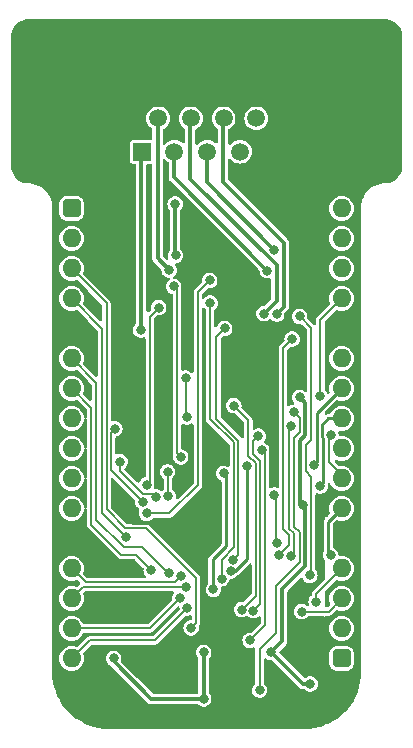
<source format=gbl>
%TF.GenerationSoftware,KiCad,Pcbnew,8.0.4*%
%TF.CreationDate,2024-08-14T08:49:25+02:00*%
%TF.ProjectId,RS232,52533233-322e-46b6-9963-61645f706362,V0*%
%TF.SameCoordinates,PX6d01460PY32de760*%
%TF.FileFunction,Copper,L2,Bot*%
%TF.FilePolarity,Positive*%
%FSLAX46Y46*%
G04 Gerber Fmt 4.6, Leading zero omitted, Abs format (unit mm)*
G04 Created by KiCad (PCBNEW 8.0.4) date 2024-08-14 08:49:25*
%MOMM*%
%LPD*%
G01*
G04 APERTURE LIST*
G04 Aperture macros list*
%AMRoundRect*
0 Rectangle with rounded corners*
0 $1 Rounding radius*
0 $2 $3 $4 $5 $6 $7 $8 $9 X,Y pos of 4 corners*
0 Add a 4 corners polygon primitive as box body*
4,1,4,$2,$3,$4,$5,$6,$7,$8,$9,$2,$3,0*
0 Add four circle primitives for the rounded corners*
1,1,$1+$1,$2,$3*
1,1,$1+$1,$4,$5*
1,1,$1+$1,$6,$7*
1,1,$1+$1,$8,$9*
0 Add four rect primitives between the rounded corners*
20,1,$1+$1,$2,$3,$4,$5,0*
20,1,$1+$1,$4,$5,$6,$7,0*
20,1,$1+$1,$6,$7,$8,$9,0*
20,1,$1+$1,$8,$9,$2,$3,0*%
G04 Aperture macros list end*
%TA.AperFunction,ComponentPad*%
%ADD10R,1.500000X1.500000*%
%TD*%
%TA.AperFunction,ComponentPad*%
%ADD11C,1.500000*%
%TD*%
%TA.AperFunction,ComponentPad*%
%ADD12C,4.800000*%
%TD*%
%TA.AperFunction,ComponentPad*%
%ADD13RoundRect,0.400000X-0.400000X-0.400000X0.400000X-0.400000X0.400000X0.400000X-0.400000X0.400000X0*%
%TD*%
%TA.AperFunction,ComponentPad*%
%ADD14O,1.600000X1.600000*%
%TD*%
%TA.AperFunction,ComponentPad*%
%ADD15R,1.600000X1.600000*%
%TD*%
%TA.AperFunction,ViaPad*%
%ADD16C,0.800000*%
%TD*%
%TA.AperFunction,Conductor*%
%ADD17C,0.380000*%
%TD*%
%TA.AperFunction,Conductor*%
%ADD18C,0.300000*%
%TD*%
%TA.AperFunction,Conductor*%
%ADD19C,0.200000*%
%TD*%
%TA.AperFunction,Conductor*%
%ADD20C,0.250000*%
%TD*%
G04 APERTURE END LIST*
D10*
%TO.P,C3,1,1*%
%TO.N,/CD_{232}*%
X5934000Y4803000D03*
D11*
%TO.P,C3,2,2*%
%TO.N,/RX_{232}*%
X8706000Y4803000D03*
%TO.P,C3,3,3*%
%TO.N,/TX_{232}*%
X11479000Y4803000D03*
%TO.P,C3,4,4*%
%TO.N,/DTR_{232}*%
X14251000Y4803000D03*
%TO.P,C3,5,5*%
%TO.N,/GND*%
X17024000Y4803000D03*
%TO.P,C3,6,6*%
%TO.N,/DSR_{232}*%
X7320000Y7643000D03*
%TO.P,C3,7,7*%
%TO.N,/RTS_{232}*%
X10093000Y7643000D03*
%TO.P,C3,8,8*%
%TO.N,/CTS_{232}*%
X12865000Y7643000D03*
%TO.P,C3,9,9*%
%TO.N,unconnected-(C3-Pad9)*%
X15638000Y7643000D03*
D12*
%TO.P,C3,MH1,MH1*%
%TO.N,/GND*%
X-1016000Y6223000D03*
%TO.P,C3,MH2,MH2*%
X23974000Y6223000D03*
%TD*%
D13*
%TO.P,J1,1,Pin_1*%
%TO.N,/5V*%
X0Y0D03*
D14*
%TO.P,J1,2,Pin_2*%
%TO.N,unconnected-(J1-Pin_2-Pad2)*%
X0Y-2540000D03*
%TO.P,J1,3,Pin_3*%
%TO.N,/~{ADS}*%
X0Y-5080000D03*
%TO.P,J1,4,Pin_4*%
%TO.N,/~{CS}*%
X0Y-7620000D03*
D15*
%TO.P,J1,5,Pin_5*%
%TO.N,/GND*%
X0Y-10160000D03*
D14*
%TO.P,J1,6,Pin_6*%
%TO.N,/~{RD}*%
X0Y-12700000D03*
%TO.P,J1,7,Pin_7*%
%TO.N,/~{WD}*%
X0Y-15240000D03*
%TO.P,J1,8,Pin_8*%
%TO.N,/D7*%
X0Y-17780000D03*
%TO.P,J1,9,Pin_9*%
%TO.N,/D6*%
X0Y-20320000D03*
%TO.P,J1,10,Pin_10*%
%TO.N,/D5*%
X0Y-22860000D03*
%TO.P,J1,11,Pin_11*%
%TO.N,/D4*%
X0Y-25400000D03*
D15*
%TO.P,J1,12,Pin_12*%
%TO.N,/GND*%
X0Y-27940000D03*
D14*
%TO.P,J1,13,Pin_13*%
%TO.N,/D3*%
X0Y-30480000D03*
%TO.P,J1,14,Pin_14*%
%TO.N,/D2*%
X0Y-33020000D03*
%TO.P,J1,15,Pin_15*%
%TO.N,/D1*%
X0Y-35560000D03*
%TO.P,J1,16,Pin_16*%
%TO.N,/D0*%
X0Y-38100000D03*
D13*
%TO.P,J1,17,Pin_17*%
%TO.N,/5V*%
X22860000Y-38100000D03*
D14*
%TO.P,J1,18,Pin_18*%
%TO.N,/1.8432MHz*%
X22860000Y-35560000D03*
%TO.P,J1,19,Pin_19*%
%TO.N,/A0*%
X22860000Y-33020000D03*
%TO.P,J1,20,Pin_20*%
%TO.N,/A1*%
X22860000Y-30480000D03*
D15*
%TO.P,J1,21,Pin_21*%
%TO.N,/GND*%
X22860000Y-27940000D03*
D14*
%TO.P,J1,22,Pin_22*%
%TO.N,/A2*%
X22860000Y-25400000D03*
%TO.P,J1,23,Pin_23*%
%TO.N,/RX Ready*%
X22860000Y-22860000D03*
%TO.P,J1,24,Pin_24*%
%TO.N,/TX Ready*%
X22860000Y-20320000D03*
%TO.P,J1,25,Pin_25*%
%TO.N,/~{OUT2}*%
X22860000Y-17780000D03*
%TO.P,J1,26,Pin_26*%
%TO.N,/~{OUT1}*%
X22860000Y-15240000D03*
%TO.P,J1,27,Pin_27*%
%TO.N,/~{INT}*%
X22860000Y-12700000D03*
D15*
%TO.P,J1,28,Pin_28*%
%TO.N,/GND*%
X22860000Y-10160000D03*
D14*
%TO.P,J1,29,Pin_29*%
%TO.N,/~{Reset}*%
X22860000Y-7620000D03*
%TO.P,J1,30,Pin_30*%
%TO.N,unconnected-(J1-Pin_30-Pad30)*%
X22860000Y-5080000D03*
%TO.P,J1,31,Pin_31*%
%TO.N,unconnected-(J1-Pin_31-Pad31)*%
X22860000Y-2540000D03*
%TO.P,J1,32,Pin_32*%
%TO.N,unconnected-(J1-Pin_32-Pad32)*%
X22860000Y0D03*
%TD*%
D16*
%TO.N,/GND*%
X12294569Y-23871043D03*
X7239000Y-6985000D03*
X13213009Y-12953999D03*
X13081000Y-15367000D03*
X11896592Y-28490592D03*
X4764468Y-14478002D03*
X18851382Y-2693551D03*
X17272000Y-10287004D03*
X16129000Y-16383000D03*
X9245600Y-38912800D03*
X3937000Y-25399998D03*
X19939000Y-41910000D03*
X12649200Y-21082000D03*
X5461000Y-34417000D03*
X7747000Y-10795000D03*
X2000976Y-34417000D03*
X16510000Y-13081000D03*
X9652002Y-22733000D03*
X9124950Y-28687850D03*
%TO.N,/CD_{232}*%
X5842002Y-10287000D03*
%TO.N,/RX_{232}*%
X16560224Y-5279000D03*
%TO.N,/D0*%
X9791000Y-33832800D03*
%TO.N,/D1*%
X9154954Y-32997365D03*
%TO.N,/D2*%
X9702800Y-32054798D03*
%TO.N,/D3*%
X9296400Y-31089600D03*
%TO.N,/D5*%
X8163800Y-24333248D03*
X8114707Y-22291320D03*
%TO.N,/D6*%
X7169675Y-24441503D03*
X4091700Y-21435300D03*
%TO.N,/D7*%
X3666676Y-18652676D03*
X6036014Y-24850880D03*
%TO.N,/TX_{232}*%
X17172000Y-3514002D03*
%TO.N,/DTR_{232}*%
X8763000Y381000D03*
X8802118Y-3976112D03*
%TO.N,/DSR_{232}*%
X8255000Y-5207000D03*
%TO.N,/RTS_{232}*%
X16284773Y-8912768D03*
%TO.N,/CTS_{232}*%
X17367563Y-8947207D03*
%TO.N,/~{ADS}*%
X10109200Y-35509200D03*
%TO.N,/~{CTS}*%
X18668990Y-11049000D03*
X17538624Y-29322594D03*
%TO.N,/~{RTS}*%
X20160659Y-31066668D03*
X19304004Y-9144000D03*
%TO.N,/SOUT*%
X6350006Y-23396405D03*
X7366000Y-8392000D03*
%TO.N,/SIN*%
X11684000Y-6096000D03*
X6336950Y-25823162D03*
%TO.N,/~{CS}*%
X4572000Y-27813000D03*
%TO.N,/~{WD}*%
X6731000Y-30607000D03*
%TO.N,/~{RD}*%
X8253983Y-30904798D03*
%TO.N,/A2*%
X21922000Y-29337000D03*
%TO.N,/A1*%
X20701000Y-33286000D03*
%TO.N,/A0*%
X19474604Y-34128604D03*
%TO.N,/~{DTR}*%
X12695163Y-31353863D03*
X11730369Y-8018588D03*
%TO.N,/Reset*%
X18604001Y-18434878D03*
X18602000Y-29413522D03*
%TO.N,/~{DSR}*%
X17427204Y-28328818D03*
X8636000Y-6604000D03*
X17152483Y-24270000D03*
X9233126Y-21033859D03*
%TO.N,/DCD*%
X12954000Y-10160000D03*
X13692827Y-29728868D03*
%TO.N,/RX Ready*%
X21944213Y-19167036D03*
%TO.N,/3.3V*%
X19304000Y-16002006D03*
X11176000Y-37592000D03*
X3556002Y-38100000D03*
X11175996Y-41528996D03*
X16891000Y-37592000D03*
X20192998Y-40259000D03*
X19558000Y-25146000D03*
%TO.N,/~{TXRDY}*%
X16086000Y-20447000D03*
X15117845Y-36566392D03*
%TO.N,/~{RXRDY}*%
X15386836Y-34055832D03*
X15802663Y-19276816D03*
%TO.N,/INT*%
X14390849Y-33966260D03*
X13727258Y-16698269D03*
%TO.N,/~{OUT2}*%
X12865046Y-22417483D03*
X21032002Y-23495003D03*
X12003837Y-32251360D03*
%TO.N,/~{OUT1}*%
X14859000Y-21844000D03*
X13457671Y-30706880D03*
X20524000Y-21717000D03*
%TO.N,/~{INT}*%
X9779000Y-17653000D03*
X9652000Y-14351000D03*
%TO.N,/~{Reset}*%
X21020000Y-15875000D03*
X18796000Y-17269504D03*
X15910197Y-40784000D03*
%TD*%
D17*
%TO.N,/GND*%
X24079200Y6117800D02*
X24079200Y-8940800D01*
X22860000Y-10160000D02*
X24282400Y-11582400D01*
X23520400Y-24130000D02*
X24282400Y-24892000D01*
X12649200Y-21082000D02*
X11938000Y-21793200D01*
X17024000Y4803000D02*
X22554000Y4803000D01*
X-1016000Y6223000D02*
X4764468Y442532D01*
X2819400Y6223000D02*
X-1016000Y6223000D01*
X19939000Y-41910000D02*
X20701000Y-41910000D01*
X11176000Y-36474075D02*
X9245600Y-38404475D01*
X24079200Y-8940800D02*
X22860000Y-10160000D01*
X11896592Y-28997408D02*
X11176000Y-29718000D01*
X20701000Y-41910000D02*
X21336000Y-41275000D01*
X9652002Y-22640675D02*
X9652002Y-22733000D01*
X5379400Y8783000D02*
X2819400Y6223000D01*
D18*
X9124950Y-28687850D02*
X7060262Y-26623162D01*
D17*
X24282400Y-24892000D02*
X24282400Y-26517600D01*
X18669000Y-35814000D02*
X18669000Y-33746267D01*
X16510000Y-13081000D02*
X16510000Y-16002000D01*
X21082000Y-31333267D02*
X21082000Y-25273000D01*
X23520400Y-24130000D02*
X24282400Y-23368000D01*
X16510000Y-16002000D02*
X16129000Y-16383000D01*
X13081000Y-15367000D02*
X13081000Y-13086008D01*
X17024000Y7869204D02*
X16110204Y8783000D01*
X4764468Y442532D02*
X4764468Y-14478002D01*
X18161000Y-8948244D02*
X18161000Y-9398004D01*
X13081000Y-13086008D02*
X13213009Y-12953999D01*
X22225000Y-24130000D02*
X23520400Y-24130000D01*
D18*
X11896592Y-28490592D02*
X9322208Y-28490592D01*
D17*
X9245600Y-38404475D02*
X9245600Y-38912800D01*
X11176000Y-29718000D02*
X11176000Y-36474075D01*
X11896592Y-28490592D02*
X11896592Y-28997408D01*
X16110204Y8783000D02*
X5379400Y8783000D01*
X11896592Y-28490592D02*
X11896592Y-24269020D01*
X11938000Y-23514474D02*
X12294569Y-23871043D01*
X21082000Y-25273000D02*
X22225000Y-24130000D01*
X18669000Y-33746267D02*
X21082000Y-31333267D01*
X7747000Y-10795000D02*
X7747000Y-20735673D01*
X8156000Y-7902000D02*
X8156000Y-10386000D01*
D18*
X7060262Y-26623162D02*
X5160164Y-26623162D01*
X5160164Y-26623162D02*
X3937000Y-25399998D01*
D17*
X18851382Y-8257862D02*
X18161000Y-8948244D01*
X8156000Y-10386000D02*
X7747000Y-10795000D01*
X24282400Y-26517600D02*
X22860000Y-27940000D01*
X24282400Y-11582400D02*
X24282400Y-23368000D01*
D18*
X9322208Y-28490592D02*
X9124950Y-28687850D01*
D17*
X7239000Y-6985000D02*
X8156000Y-7902000D01*
X11938000Y-21793200D02*
X11938000Y-23514474D01*
X17024000Y4803000D02*
X17024000Y7869204D01*
X18161000Y-9398004D02*
X17272000Y-10287004D01*
X18851382Y-2693551D02*
X18851382Y-8257862D01*
X7747000Y-20735673D02*
X9652002Y-22640675D01*
X21336000Y-41275000D02*
X21336000Y-38481000D01*
X11896592Y-24269020D02*
X12294569Y-23871043D01*
X21336000Y-38481000D02*
X18669000Y-35814000D01*
X2000976Y-34417000D02*
X5461000Y-34417000D01*
%TO.N,/CD_{232}*%
X5885000Y-10244002D02*
X5842002Y-10287000D01*
X5885000Y4775000D02*
X5885000Y-10244002D01*
%TO.N,/RX_{232}*%
X8657000Y2624224D02*
X16560224Y-5279000D01*
X8657000Y4775000D02*
X8657000Y2624224D01*
D19*
%TO.N,/D0*%
X1524000Y-36576000D02*
X7047800Y-36576000D01*
X7047800Y-36576000D02*
X9791000Y-33832800D01*
X0Y-38100000D02*
X1524000Y-36576000D01*
%TO.N,/D1*%
X0Y-35560000D02*
X6592319Y-35560000D01*
X6592319Y-35560000D02*
X9154954Y-32997365D01*
%TO.N,/D2*%
X965202Y-32054798D02*
X9702800Y-32054798D01*
X429141Y-32590859D02*
X965202Y-32054798D01*
%TO.N,/D3*%
X0Y-30480000D02*
X1174798Y-31654798D01*
X1174798Y-31654798D02*
X8731202Y-31654798D01*
X8731202Y-31654798D02*
X9296400Y-31089600D01*
%TO.N,/D5*%
X8163800Y-24333248D02*
X8163800Y-22340413D01*
X8163800Y-22340413D02*
X8114707Y-22291320D01*
%TO.N,/D6*%
X4091700Y-22198766D02*
X4091700Y-21435300D01*
X6039339Y-24146405D02*
X4091700Y-22198766D01*
X7169675Y-24441503D02*
X6874577Y-24146405D01*
X6874577Y-24146405D02*
X6039339Y-24146405D01*
%TO.N,/D7*%
X3352800Y-18966552D02*
X3352800Y-22167666D01*
X3352800Y-22167666D02*
X6036014Y-24850880D01*
X3666676Y-18652676D02*
X3352800Y-18966552D01*
D17*
%TO.N,/TX_{232}*%
X11430000Y2227998D02*
X17172000Y-3514002D01*
X11430000Y4775000D02*
X11430000Y2227998D01*
%TO.N,/DTR_{232}*%
X8763000Y381000D02*
X8763000Y-3936994D01*
X8763000Y-3936994D02*
X8802118Y-3976112D01*
%TO.N,/DSR_{232}*%
X7271000Y-4223000D02*
X8255000Y-5207000D01*
X7271000Y7615000D02*
X7271000Y-4223000D01*
%TO.N,/RTS_{232}*%
X10044000Y7615000D02*
X10044000Y2496769D01*
X10044000Y2496769D02*
X17350224Y-4809455D01*
X17350224Y-4809455D02*
X17350224Y-7847317D01*
X17350224Y-7847317D02*
X16284773Y-8912768D01*
%TO.N,/CTS_{232}*%
X17962000Y-2921387D02*
X17962000Y-8327000D01*
X17962000Y-8327000D02*
X17367563Y-8921437D01*
X17367563Y-8921437D02*
X17367563Y-8947207D01*
X12816000Y7615000D02*
X12816000Y2224613D01*
X12816000Y2224613D02*
X17962000Y-2921387D01*
D19*
%TO.N,/~{ADS}*%
X10541000Y-31294925D02*
X6319237Y-27073162D01*
X10541000Y-35077400D02*
X10541000Y-31294925D01*
X6319237Y-27073162D02*
X4549499Y-27073162D01*
X2952800Y-25476463D02*
X2952800Y-8032800D01*
X4549499Y-27073162D02*
X2952800Y-25476463D01*
X0Y-5080000D02*
X2952800Y-8032800D01*
X10109200Y-35509200D02*
X10541000Y-35077400D01*
%TO.N,/~{CTS}*%
X17902483Y-11815507D02*
X18668990Y-11049000D01*
X18394000Y-27655372D02*
X17902483Y-27163855D01*
X17902483Y-27163855D02*
X17902483Y-11815507D01*
X17538624Y-29322594D02*
X18394000Y-28467218D01*
X18394000Y-28467218D02*
X18394000Y-27655372D01*
%TO.N,/~{RTS}*%
X20284000Y-10123996D02*
X19304004Y-9144000D01*
X19824000Y-20054000D02*
X20284000Y-19594000D01*
X20284000Y-19594000D02*
X20284000Y-10123996D01*
X19824000Y-22237000D02*
X19824000Y-20054000D01*
X20282002Y-22695002D02*
X19824000Y-22237000D01*
X20160659Y-31066668D02*
X20282002Y-30945325D01*
X20282002Y-30945325D02*
X20282002Y-22695002D01*
%TO.N,/SOUT*%
X7366000Y-8392000D02*
X6604000Y-9154000D01*
X6604000Y-23142411D02*
X6350006Y-23396405D01*
X6604000Y-9154000D02*
X6604000Y-23142411D01*
%TO.N,/SIN*%
X10668000Y-7112000D02*
X10668000Y-23431500D01*
X10668000Y-23431500D02*
X8276338Y-25823162D01*
X11684000Y-6096000D02*
X10668000Y-7112000D01*
X8276338Y-25823162D02*
X6336950Y-25823162D01*
%TO.N,/~{CS}*%
X2552800Y-10172800D02*
X2552800Y-25793800D01*
X0Y-7620000D02*
X2552800Y-10172800D01*
X2552800Y-25793800D02*
X4572000Y-27813000D01*
%TO.N,/~{WD}*%
X6731000Y-30607000D02*
X5461000Y-29337000D01*
X1644800Y-26767750D02*
X1644800Y-16884800D01*
X1644800Y-16884800D02*
X0Y-15240000D01*
X5461000Y-29337000D02*
X4214050Y-29337000D01*
X4214050Y-29337000D02*
X1644800Y-26767750D01*
%TO.N,/~{RD}*%
X0Y-12700000D02*
X2044800Y-14744800D01*
X5969000Y-28702000D02*
X8171798Y-30904798D01*
X2044800Y-26353443D02*
X4393357Y-28702000D01*
X8171798Y-30904798D02*
X8253983Y-30904798D01*
X4393357Y-28702000D02*
X5969000Y-28702000D01*
X2044800Y-14744800D02*
X2044800Y-26353443D01*
D20*
%TO.N,/A2*%
X21735000Y-26525000D02*
X21735000Y-29150000D01*
X22860000Y-25400000D02*
X21735000Y-26525000D01*
X21735000Y-29150000D02*
X21922000Y-29337000D01*
D19*
%TO.N,/A1*%
X22860000Y-30480000D02*
X20701000Y-32639000D01*
X20701000Y-32639000D02*
X20701000Y-33286000D01*
%TO.N,/A0*%
X21751396Y-34128604D02*
X19474604Y-34128604D01*
X22860000Y-33020000D02*
X21751396Y-34128604D01*
%TO.N,/~{DTR}*%
X12695163Y-31353863D02*
X12695163Y-29722837D01*
X13716000Y-19812301D02*
X11730369Y-17826670D01*
X13716000Y-28702000D02*
X13716000Y-19812301D01*
X11730369Y-17826670D02*
X11730369Y-8018588D01*
X12695163Y-29722837D02*
X13716000Y-28702000D01*
%TO.N,/Reset*%
X18414000Y-27109686D02*
X18794000Y-27489686D01*
X18794000Y-29221522D02*
X18602000Y-29413522D01*
X18794000Y-27489686D02*
X18794000Y-29221522D01*
X18604001Y-18434878D02*
X18414000Y-18624879D01*
X18414000Y-18624879D02*
X18414000Y-27109686D01*
%TO.N,/~{DSR}*%
X8929780Y-20730513D02*
X9233126Y-21033859D01*
X17315757Y-24433274D02*
X17152483Y-24270000D01*
X8636000Y-6604000D02*
X8929780Y-6897780D01*
X17427204Y-28328818D02*
X17315757Y-28217371D01*
X17315757Y-28217371D02*
X17315757Y-24433274D01*
X8929780Y-6897780D02*
X8929780Y-20730513D01*
%TO.N,/DCD*%
X14116000Y-19646615D02*
X14116000Y-29305695D01*
X12253999Y-10860001D02*
X12253999Y-17784614D01*
X12954000Y-10160000D02*
X12253999Y-10860001D01*
X14116000Y-29305695D02*
X13692827Y-29728868D01*
X12253999Y-17784614D02*
X14116000Y-19646615D01*
%TO.N,/RX Ready*%
X21760000Y-21437170D02*
X22860000Y-22537170D01*
X21760000Y-19351249D02*
X21760000Y-21437170D01*
X21944213Y-19167036D02*
X21760000Y-19351249D01*
D17*
%TO.N,/3.3V*%
X20192998Y-40259000D02*
X19558000Y-40259000D01*
X11176000Y-41528992D02*
X11175996Y-41528996D01*
X3556002Y-38354017D02*
X3556002Y-38100000D01*
X19304000Y-24912000D02*
X19538000Y-25146000D01*
X17829000Y-32210387D02*
X17829000Y-36654000D01*
X19558000Y-40259000D02*
X16891000Y-37592000D01*
X11176000Y-37592000D02*
X11176000Y-41528992D01*
X19304000Y-16002006D02*
X19794000Y-16492006D01*
X19794000Y-19195000D02*
X19304000Y-19685000D01*
X19538000Y-25146000D02*
X19558000Y-25146000D01*
X19792000Y-30247387D02*
X17829000Y-32210387D01*
X19792000Y-25400000D02*
X19792000Y-30247387D01*
X6730981Y-41528996D02*
X3556002Y-38354017D01*
X19558000Y-25166000D02*
X19792000Y-25400000D01*
X17829000Y-36654000D02*
X16891000Y-37592000D01*
X19794000Y-16492006D02*
X19794000Y-19195000D01*
X19304000Y-19685000D02*
X19304000Y-24912000D01*
X11175996Y-41528996D02*
X6730981Y-41528996D01*
X19558000Y-25146000D02*
X19558000Y-25166000D01*
D19*
%TO.N,/~{TXRDY}*%
X16374719Y-20735719D02*
X16086000Y-20447000D01*
X16374719Y-21212347D02*
X16374719Y-20735719D01*
X16381922Y-35302315D02*
X16381922Y-21219550D01*
X16381922Y-21219550D02*
X16374719Y-21212347D01*
X15117845Y-36566392D02*
X16381922Y-35302315D01*
%TO.N,/~{RXRDY}*%
X15981922Y-33460746D02*
X15386836Y-34055832D01*
X15386000Y-19693479D02*
X15386000Y-20789314D01*
X15386000Y-20789314D02*
X15981922Y-21385236D01*
X15981922Y-21385236D02*
X15981922Y-33460746D01*
X15802663Y-19276816D02*
X15386000Y-19693479D01*
%TO.N,/INT*%
X15581922Y-32775187D02*
X14390849Y-33966260D01*
X13727258Y-16698269D02*
X14960396Y-17931407D01*
X15581922Y-21550922D02*
X15581922Y-32775187D01*
X14960396Y-17931407D02*
X14960396Y-20929396D01*
X14960396Y-20929396D02*
X15581922Y-21550922D01*
D20*
%TO.N,/~{OUT2}*%
X21196000Y-19371018D02*
X21278000Y-19453018D01*
X13069569Y-28586431D02*
X13069569Y-22622006D01*
X12003837Y-32251360D02*
X11938000Y-32185523D01*
X13069569Y-22622006D02*
X12865046Y-22417483D01*
X21278000Y-19453018D02*
X21278000Y-23249005D01*
X21196000Y-18312630D02*
X21196000Y-19371018D01*
X21278000Y-23249005D02*
X21032002Y-23495003D01*
X21728630Y-17780000D02*
X21196000Y-18312630D01*
X22860000Y-17780000D02*
X21728630Y-17780000D01*
X11938000Y-32185523D02*
X11938000Y-29718000D01*
X11938000Y-29718000D02*
X13069569Y-28586431D01*
%TO.N,/~{OUT1}*%
X14859000Y-29715677D02*
X13867797Y-30706880D01*
X20524000Y-21717000D02*
X20746000Y-21495000D01*
X14859000Y-21844000D02*
X14859000Y-29715677D01*
X20746000Y-17354000D02*
X22860000Y-15240000D01*
X13867797Y-30706880D02*
X13457671Y-30706880D01*
X20746000Y-21495000D02*
X20746000Y-17354000D01*
D19*
%TO.N,/~{INT}*%
X9652000Y-14351000D02*
X9652000Y-17526000D01*
X9652000Y-17526000D02*
X9779000Y-17653000D01*
%TO.N,/~{Reset}*%
X18814000Y-26944000D02*
X18814000Y-19413000D01*
X15910197Y-37302803D02*
X17272000Y-35941000D01*
X21020000Y-9460000D02*
X21020000Y-15875000D01*
X19304000Y-18923000D02*
X19304000Y-17777504D01*
X17272000Y-35941000D02*
X17272000Y-32004000D01*
X19302000Y-27432000D02*
X18814000Y-26944000D01*
X19302000Y-29974000D02*
X19302000Y-27432000D01*
X22860000Y-7620000D02*
X21020000Y-9460000D01*
X17272000Y-32004000D02*
X19302000Y-29974000D01*
X18814000Y-19413000D02*
X19304000Y-18923000D01*
X15910197Y-40784000D02*
X15910197Y-37302803D01*
X19304000Y-17777504D02*
X18796000Y-17269504D01*
%TD*%
%TA.AperFunction,Conductor*%
%TO.N,/GND*%
G36*
X-660394Y1001747D02*
G01*
X-660397Y1001745D01*
X-801863Y918083D01*
X-801871Y918077D01*
X-918077Y801871D01*
X-918083Y801863D01*
X-1001745Y660397D01*
X-1001746Y660394D01*
X-1047598Y502574D01*
X-1047599Y502568D01*
X-1050500Y465702D01*
X-1050500Y-465701D01*
X-1047599Y-502567D01*
X-1047598Y-502573D01*
X-1001746Y-660393D01*
X-1001745Y-660396D01*
X-918083Y-801862D01*
X-918077Y-801870D01*
X-801871Y-918076D01*
X-801867Y-918079D01*
X-801865Y-918081D01*
X-660398Y-1001744D01*
X-618776Y-1013836D01*
X-502574Y-1047597D01*
X-502571Y-1047597D01*
X-502569Y-1047598D01*
X-465694Y-1050500D01*
X-465686Y-1050500D01*
X465686Y-1050500D01*
X465694Y-1050500D01*
X502569Y-1047598D01*
X502571Y-1047597D01*
X502573Y-1047597D01*
X544191Y-1035505D01*
X660398Y-1001744D01*
X801865Y-918081D01*
X918081Y-801865D01*
X1001744Y-660398D01*
X1047598Y-502569D01*
X1050500Y-465694D01*
X1050500Y465694D01*
X1047598Y502569D01*
X1001744Y660398D01*
X918081Y801865D01*
X918079Y801867D01*
X918076Y801871D01*
X801870Y918077D01*
X801862Y918083D01*
X660396Y1001745D01*
X660393Y1001747D01*
X611332Y1016000D01*
X1397000Y1016000D01*
X1397000Y-5981318D01*
X1010191Y-5594509D01*
X976706Y-5533186D01*
X979210Y-5470837D01*
X1035300Y-5285934D01*
X1055583Y-5080000D01*
X1035300Y-4874066D01*
X975232Y-4676046D01*
X877685Y-4493550D01*
X825702Y-4430209D01*
X746410Y-4333589D01*
X586452Y-4202317D01*
X586453Y-4202317D01*
X586450Y-4202315D01*
X403954Y-4104768D01*
X205934Y-4044700D01*
X205932Y-4044699D01*
X205934Y-4044699D01*
X0Y-4024417D01*
X-205933Y-4044699D01*
X-403957Y-4104769D01*
X-514102Y-4163643D01*
X-586450Y-4202315D01*
X-586452Y-4202316D01*
X-586453Y-4202317D01*
X-746411Y-4333589D01*
X-877683Y-4493547D01*
X-975231Y-4676043D01*
X-1035301Y-4874067D01*
X-1055583Y-5080000D01*
X-1035301Y-5285932D01*
X-1035300Y-5285934D01*
X-975232Y-5483954D01*
X-877685Y-5666450D01*
X-877683Y-5666452D01*
X-746411Y-5826410D01*
X-649791Y-5905702D01*
X-586450Y-5957685D01*
X-403954Y-6055232D01*
X-205934Y-6115300D01*
X-205935Y-6115300D01*
X-187471Y-6117118D01*
X0Y-6135583D01*
X205934Y-6115300D01*
X390836Y-6059210D01*
X460699Y-6058588D01*
X514509Y-6090191D01*
X1397000Y-6972682D01*
X1397000Y-8521318D01*
X1010191Y-8134509D01*
X976706Y-8073186D01*
X979210Y-8010837D01*
X1035300Y-7825934D01*
X1055583Y-7620000D01*
X1035300Y-7414066D01*
X975232Y-7216046D01*
X877685Y-7033550D01*
X825702Y-6970209D01*
X746410Y-6873589D01*
X586452Y-6742317D01*
X586453Y-6742317D01*
X586450Y-6742315D01*
X403954Y-6644768D01*
X205934Y-6584700D01*
X205932Y-6584699D01*
X205934Y-6584699D01*
X0Y-6564417D01*
X-205933Y-6584699D01*
X-403957Y-6644769D01*
X-514102Y-6703643D01*
X-586450Y-6742315D01*
X-586452Y-6742316D01*
X-586453Y-6742317D01*
X-746411Y-6873589D01*
X-877683Y-7033547D01*
X-975231Y-7216043D01*
X-1035301Y-7414067D01*
X-1055583Y-7620000D01*
X-1035301Y-7825932D01*
X-1035300Y-7825934D01*
X-975232Y-8023954D01*
X-877685Y-8206450D01*
X-877683Y-8206452D01*
X-746411Y-8366410D01*
X-649791Y-8445702D01*
X-586450Y-8497685D01*
X-403954Y-8595232D01*
X-205934Y-8655300D01*
X-205935Y-8655300D01*
X-187471Y-8657118D01*
X0Y-8675583D01*
X205934Y-8655300D01*
X390836Y-8599210D01*
X460699Y-8598588D01*
X514509Y-8630191D01*
X1397000Y-9512681D01*
X1397000Y-13601318D01*
X1010191Y-13214509D01*
X976706Y-13153186D01*
X979210Y-13090837D01*
X1035300Y-12905934D01*
X1055583Y-12700000D01*
X1035300Y-12494066D01*
X975232Y-12296046D01*
X877685Y-12113550D01*
X825702Y-12050209D01*
X746410Y-11953589D01*
X586452Y-11822317D01*
X586453Y-11822317D01*
X586450Y-11822315D01*
X403954Y-11724768D01*
X205934Y-11664700D01*
X205932Y-11664699D01*
X205934Y-11664699D01*
X0Y-11644417D01*
X-205933Y-11664699D01*
X-403957Y-11724769D01*
X-514102Y-11783643D01*
X-586450Y-11822315D01*
X-586452Y-11822316D01*
X-586453Y-11822317D01*
X-746411Y-11953589D01*
X-877683Y-12113547D01*
X-975231Y-12296043D01*
X-1035301Y-12494067D01*
X-1055583Y-12700000D01*
X-1035301Y-12905932D01*
X-1035300Y-12905934D01*
X-975232Y-13103954D01*
X-877685Y-13286450D01*
X-877683Y-13286452D01*
X-746411Y-13446410D01*
X-649791Y-13525702D01*
X-586450Y-13577685D01*
X-403954Y-13675232D01*
X-205934Y-13735300D01*
X-205935Y-13735300D01*
X-187471Y-13737118D01*
X0Y-13755583D01*
X205934Y-13735300D01*
X390836Y-13679210D01*
X460699Y-13678588D01*
X514509Y-13710191D01*
X1397000Y-14592682D01*
X1397000Y-16141318D01*
X1010191Y-15754509D01*
X976706Y-15693186D01*
X979210Y-15630837D01*
X1035300Y-15445934D01*
X1055583Y-15240000D01*
X1035300Y-15034066D01*
X975232Y-14836046D01*
X877685Y-14653550D01*
X775953Y-14529588D01*
X746410Y-14493589D01*
X586452Y-14362317D01*
X586453Y-14362317D01*
X586450Y-14362315D01*
X403954Y-14264768D01*
X205934Y-14204700D01*
X205932Y-14204699D01*
X205934Y-14204699D01*
X0Y-14184417D01*
X-205933Y-14204699D01*
X-403957Y-14264769D01*
X-514102Y-14323643D01*
X-586450Y-14362315D01*
X-586452Y-14362316D01*
X-586453Y-14362317D01*
X-746411Y-14493589D01*
X-877683Y-14653547D01*
X-975231Y-14836043D01*
X-1035301Y-15034067D01*
X-1055583Y-15240000D01*
X-1035301Y-15445932D01*
X-1035300Y-15445934D01*
X-975232Y-15643954D01*
X-877685Y-15826450D01*
X-877683Y-15826452D01*
X-746411Y-15986410D01*
X-649791Y-16065702D01*
X-586450Y-16117685D01*
X-403954Y-16215232D01*
X-205934Y-16275300D01*
X-205935Y-16275300D01*
X-187471Y-16277118D01*
X0Y-16295583D01*
X205934Y-16275300D01*
X390836Y-16219210D01*
X460699Y-16218588D01*
X514509Y-16250191D01*
X1257981Y-16993663D01*
X1291466Y-17054986D01*
X1294300Y-17081344D01*
X1294300Y-17679656D01*
X1274615Y-17746695D01*
X1235474Y-17780610D01*
X1260297Y-17795041D01*
X1292128Y-17857238D01*
X1294300Y-17880343D01*
X1294300Y-20219656D01*
X1274615Y-20286695D01*
X1235474Y-20320610D01*
X1260297Y-20335041D01*
X1292128Y-20397238D01*
X1294300Y-20420343D01*
X1294300Y-22759656D01*
X1274615Y-22826695D01*
X1235474Y-22860610D01*
X1260297Y-22875041D01*
X1292128Y-22937238D01*
X1294300Y-22960343D01*
X1294300Y-25299656D01*
X1274615Y-25366695D01*
X1235474Y-25400610D01*
X1260297Y-25415041D01*
X1292128Y-25477238D01*
X1294300Y-25500343D01*
X1294300Y-26813893D01*
X1318186Y-26903037D01*
X1318187Y-26903040D01*
X1364327Y-26982958D01*
X1364331Y-26982963D01*
X1397000Y-27015632D01*
X1397000Y-31304298D01*
X1371341Y-31304298D01*
X1304302Y-31284613D01*
X1283660Y-31267979D01*
X1010191Y-30994510D01*
X976706Y-30933187D01*
X979210Y-30870837D01*
X1035300Y-30685934D01*
X1055583Y-30480000D01*
X1035300Y-30274066D01*
X975232Y-30076046D01*
X877685Y-29893550D01*
X825702Y-29830209D01*
X746410Y-29733589D01*
X628677Y-29636969D01*
X586450Y-29602315D01*
X403954Y-29504768D01*
X205934Y-29444700D01*
X205932Y-29444699D01*
X205934Y-29444699D01*
X0Y-29424417D01*
X-205933Y-29444699D01*
X-403957Y-29504769D01*
X-492715Y-29552212D01*
X-586450Y-29602315D01*
X-586452Y-29602316D01*
X-586453Y-29602317D01*
X-746411Y-29733589D01*
X-877683Y-29893547D01*
X-975231Y-30076043D01*
X-1035301Y-30274067D01*
X-1055583Y-30480000D01*
X-1035301Y-30685932D01*
X-1035300Y-30685934D01*
X-975232Y-30883954D01*
X-877685Y-31066450D01*
X-877683Y-31066452D01*
X-746411Y-31226410D01*
X-695758Y-31267979D01*
X-586450Y-31357685D01*
X-403954Y-31455232D01*
X-205934Y-31515300D01*
X-205935Y-31515300D01*
X-187471Y-31517118D01*
X0Y-31535583D01*
X205934Y-31515300D01*
X390836Y-31459210D01*
X460701Y-31458588D01*
X514510Y-31490191D01*
X686637Y-31662318D01*
X720122Y-31723641D01*
X715138Y-31793333D01*
X686637Y-31837680D01*
X514508Y-32009808D01*
X453185Y-32043293D01*
X390833Y-32040788D01*
X205934Y-31984700D01*
X205932Y-31984699D01*
X205934Y-31984699D01*
X0Y-31964417D01*
X-205933Y-31984699D01*
X-381308Y-32037898D01*
X-399091Y-32043293D01*
X-403957Y-32044769D01*
X-509047Y-32100942D01*
X-586450Y-32142315D01*
X-586452Y-32142316D01*
X-586453Y-32142317D01*
X-746411Y-32273589D01*
X-877683Y-32433547D01*
X-975231Y-32616043D01*
X-1035301Y-32814067D01*
X-1055583Y-33020000D01*
X-1035301Y-33225932D01*
X-1035300Y-33225934D01*
X-975232Y-33423954D01*
X-877685Y-33606450D01*
X-877683Y-33606452D01*
X-746411Y-33766410D01*
X-649791Y-33845702D01*
X-586450Y-33897685D01*
X-403954Y-33995232D01*
X-205934Y-34055300D01*
X-205935Y-34055300D01*
X-187471Y-34057118D01*
X0Y-34075583D01*
X205934Y-34055300D01*
X403954Y-33995232D01*
X586450Y-33897685D01*
X746410Y-33766410D01*
X877685Y-33606450D01*
X975232Y-33423954D01*
X1035300Y-33225934D01*
X1055583Y-33020000D01*
X1035300Y-32814066D01*
X979210Y-32629163D01*
X978588Y-32559299D01*
X1010190Y-32505491D01*
X1074067Y-32441615D01*
X1135391Y-32408131D01*
X1161747Y-32405298D01*
X1397000Y-32405298D01*
X1397000Y-35209500D01*
X1078127Y-35209500D01*
X1011088Y-35189815D01*
X968769Y-35143954D01*
X949879Y-35108615D01*
X877685Y-34973550D01*
X825702Y-34910209D01*
X746410Y-34813589D01*
X586452Y-34682317D01*
X586453Y-34682317D01*
X586450Y-34682315D01*
X403954Y-34584768D01*
X205934Y-34524700D01*
X205932Y-34524699D01*
X205934Y-34524699D01*
X0Y-34504417D01*
X-205933Y-34524699D01*
X-403957Y-34584769D01*
X-514102Y-34643643D01*
X-586450Y-34682315D01*
X-586452Y-34682316D01*
X-586453Y-34682317D01*
X-746411Y-34813589D01*
X-877683Y-34973547D01*
X-975231Y-35156043D01*
X-1035301Y-35354067D01*
X-1055583Y-35560000D01*
X-1035301Y-35765932D01*
X-1035300Y-35765934D01*
X-975232Y-35963954D01*
X-877685Y-36146450D01*
X-877683Y-36146452D01*
X-746411Y-36306410D01*
X-680150Y-36360788D01*
X-586450Y-36437685D01*
X-403954Y-36535232D01*
X-205934Y-36595300D01*
X-205935Y-36595300D01*
X-187471Y-36597118D01*
X0Y-36615583D01*
X205934Y-36595300D01*
X403954Y-36535232D01*
X586450Y-36437685D01*
X746410Y-36306410D01*
X877685Y-36146450D01*
X968769Y-35976046D01*
X1017732Y-35926202D01*
X1078127Y-35910500D01*
X1397000Y-35910500D01*
X1397000Y-36247164D01*
X1388711Y-36249386D01*
X1308787Y-36295531D01*
X1308784Y-36295533D01*
X514508Y-37089808D01*
X453185Y-37123293D01*
X390833Y-37120788D01*
X205934Y-37064700D01*
X205932Y-37064699D01*
X205934Y-37064699D01*
X0Y-37044417D01*
X-205933Y-37064699D01*
X-381308Y-37117898D01*
X-399091Y-37123293D01*
X-403957Y-37124769D01*
X-514102Y-37183643D01*
X-586450Y-37222315D01*
X-586452Y-37222316D01*
X-586453Y-37222317D01*
X-746411Y-37353589D01*
X-877683Y-37513547D01*
X-975231Y-37696043D01*
X-1035301Y-37894067D01*
X-1055583Y-38100000D01*
X-1035301Y-38305932D01*
X-1035300Y-38305934D01*
X-975232Y-38503954D01*
X-877685Y-38686450D01*
X-877683Y-38686452D01*
X-746411Y-38846410D01*
X-649791Y-38925702D01*
X-586450Y-38977685D01*
X-403954Y-39075232D01*
X-205934Y-39135300D01*
X-205935Y-39135300D01*
X-187471Y-39137118D01*
X0Y-39155583D01*
X205934Y-39135300D01*
X403954Y-39075232D01*
X586450Y-38977685D01*
X746410Y-38846410D01*
X877685Y-38686450D01*
X975232Y-38503954D01*
X1035300Y-38305934D01*
X1055583Y-38100000D01*
X1035300Y-37894066D01*
X979210Y-37709163D01*
X978588Y-37639298D01*
X1010189Y-37585491D01*
X1397000Y-37198681D01*
X1397000Y-43728964D01*
X1138964Y-43622083D01*
X1129160Y-43617511D01*
X765058Y-43427971D01*
X755690Y-43422563D01*
X409475Y-43202000D01*
X400614Y-43195795D01*
X305649Y-43122926D01*
X74941Y-42945897D01*
X66672Y-42938959D01*
X-235980Y-42661628D01*
X-243629Y-42653979D01*
X-245739Y-42651676D01*
X-520962Y-42351325D01*
X-527896Y-42343061D01*
X-777796Y-42017385D01*
X-784001Y-42008524D01*
X-1004564Y-41662309D01*
X-1009972Y-41652941D01*
X-1199515Y-41288832D01*
X-1204084Y-41279035D01*
X-1244138Y-41182335D01*
X-1361179Y-40899774D01*
X-1364868Y-40889639D01*
X-1488317Y-40498110D01*
X-1491106Y-40487698D01*
X-1579961Y-40086897D01*
X-1581833Y-40076278D01*
X-1635417Y-39669267D01*
X-1636357Y-39658532D01*
X-1654382Y-39245699D01*
X-1654499Y-39240289D01*
X-1654428Y-37696043D01*
X-1653861Y-25400000D01*
X-1055583Y-25400000D01*
X-1035301Y-25605932D01*
X-1035300Y-25605934D01*
X-975232Y-25803954D01*
X-877685Y-25986450D01*
X-877683Y-25986452D01*
X-746411Y-26146410D01*
X-649791Y-26225702D01*
X-586450Y-26277685D01*
X-403954Y-26375232D01*
X-205934Y-26435300D01*
X-205935Y-26435300D01*
X-187471Y-26437118D01*
X0Y-26455583D01*
X205934Y-26435300D01*
X403954Y-26375232D01*
X586450Y-26277685D01*
X746410Y-26146410D01*
X877685Y-25986450D01*
X975232Y-25803954D01*
X1035300Y-25605934D01*
X1046897Y-25488188D01*
X1073058Y-25423402D01*
X1105143Y-25400697D01*
X1089097Y-25393369D01*
X1051323Y-25334591D01*
X1046897Y-25311810D01*
X1035300Y-25194067D01*
X1035300Y-25194066D01*
X975232Y-24996046D01*
X877685Y-24813550D01*
X825702Y-24750209D01*
X746410Y-24653589D01*
X586452Y-24522317D01*
X586453Y-24522317D01*
X586450Y-24522315D01*
X403954Y-24424768D01*
X205934Y-24364700D01*
X205932Y-24364699D01*
X205934Y-24364699D01*
X0Y-24344417D01*
X-205933Y-24364699D01*
X-403957Y-24424769D01*
X-514102Y-24483643D01*
X-586450Y-24522315D01*
X-586452Y-24522316D01*
X-586453Y-24522317D01*
X-746411Y-24653589D01*
X-877683Y-24813547D01*
X-975231Y-24996043D01*
X-1035301Y-25194067D01*
X-1055583Y-25400000D01*
X-1653861Y-25400000D01*
X-1653744Y-22860000D01*
X-1055583Y-22860000D01*
X-1035301Y-23065932D01*
X-1035300Y-23065934D01*
X-975232Y-23263954D01*
X-877685Y-23446450D01*
X-877683Y-23446452D01*
X-746411Y-23606410D01*
X-649791Y-23685702D01*
X-586450Y-23737685D01*
X-403954Y-23835232D01*
X-205934Y-23895300D01*
X-205935Y-23895300D01*
X-187471Y-23897118D01*
X0Y-23915583D01*
X205934Y-23895300D01*
X403954Y-23835232D01*
X586450Y-23737685D01*
X746410Y-23606410D01*
X877685Y-23446450D01*
X975232Y-23263954D01*
X1035300Y-23065934D01*
X1046897Y-22948188D01*
X1073058Y-22883402D01*
X1105143Y-22860697D01*
X1089097Y-22853369D01*
X1051323Y-22794591D01*
X1046897Y-22771810D01*
X1035300Y-22654067D01*
X1035300Y-22654066D01*
X975232Y-22456046D01*
X877685Y-22273550D01*
X825702Y-22210209D01*
X746410Y-22113589D01*
X586452Y-21982317D01*
X586453Y-21982317D01*
X586450Y-21982315D01*
X403954Y-21884768D01*
X205934Y-21824700D01*
X205932Y-21824699D01*
X205934Y-21824699D01*
X0Y-21804417D01*
X-205933Y-21824699D01*
X-403957Y-21884769D01*
X-514102Y-21943643D01*
X-586450Y-21982315D01*
X-586452Y-21982316D01*
X-586453Y-21982317D01*
X-746411Y-22113589D01*
X-877683Y-22273547D01*
X-975231Y-22456043D01*
X-1035301Y-22654067D01*
X-1055583Y-22860000D01*
X-1653744Y-22860000D01*
X-1653627Y-20320000D01*
X-1055583Y-20320000D01*
X-1035301Y-20525932D01*
X-1035300Y-20525934D01*
X-975232Y-20723954D01*
X-877685Y-20906450D01*
X-877683Y-20906452D01*
X-746411Y-21066410D01*
X-649791Y-21145702D01*
X-586450Y-21197685D01*
X-403954Y-21295232D01*
X-205934Y-21355300D01*
X-205935Y-21355300D01*
X-187471Y-21357118D01*
X0Y-21375583D01*
X205934Y-21355300D01*
X403954Y-21295232D01*
X586450Y-21197685D01*
X746410Y-21066410D01*
X877685Y-20906450D01*
X975232Y-20723954D01*
X1035300Y-20525934D01*
X1046897Y-20408188D01*
X1073058Y-20343402D01*
X1105143Y-20320697D01*
X1089097Y-20313369D01*
X1051323Y-20254591D01*
X1046897Y-20231810D01*
X1035300Y-20114067D01*
X1035300Y-20114066D01*
X975232Y-19916046D01*
X877685Y-19733550D01*
X825702Y-19670209D01*
X746410Y-19573589D01*
X586452Y-19442317D01*
X586453Y-19442317D01*
X586450Y-19442315D01*
X403954Y-19344768D01*
X205934Y-19284700D01*
X205932Y-19284699D01*
X205934Y-19284699D01*
X0Y-19264417D01*
X-205933Y-19284699D01*
X-403957Y-19344769D01*
X-514102Y-19403643D01*
X-586450Y-19442315D01*
X-586452Y-19442316D01*
X-586453Y-19442317D01*
X-746411Y-19573589D01*
X-877683Y-19733547D01*
X-975231Y-19916043D01*
X-1035301Y-20114067D01*
X-1055583Y-20320000D01*
X-1653627Y-20320000D01*
X-1653510Y-17780000D01*
X-1055583Y-17780000D01*
X-1035301Y-17985932D01*
X-1035300Y-17985934D01*
X-975232Y-18183954D01*
X-877685Y-18366450D01*
X-877683Y-18366452D01*
X-746411Y-18526410D01*
X-649791Y-18605702D01*
X-586450Y-18657685D01*
X-403954Y-18755232D01*
X-205934Y-18815300D01*
X-205935Y-18815300D01*
X-187471Y-18817118D01*
X0Y-18835583D01*
X205934Y-18815300D01*
X403954Y-18755232D01*
X586450Y-18657685D01*
X746410Y-18526410D01*
X877685Y-18366450D01*
X975232Y-18183954D01*
X1035300Y-17985934D01*
X1046897Y-17868188D01*
X1073058Y-17803402D01*
X1105143Y-17780697D01*
X1089097Y-17773369D01*
X1051323Y-17714591D01*
X1046897Y-17691810D01*
X1035300Y-17574067D01*
X1035300Y-17574066D01*
X975232Y-17376046D01*
X877685Y-17193550D01*
X825702Y-17130209D01*
X746410Y-17033589D01*
X586452Y-16902317D01*
X586453Y-16902317D01*
X586450Y-16902315D01*
X403954Y-16804768D01*
X205934Y-16744700D01*
X205932Y-16744699D01*
X205934Y-16744699D01*
X0Y-16724417D01*
X-205933Y-16744699D01*
X-403957Y-16804769D01*
X-514102Y-16863643D01*
X-586450Y-16902315D01*
X-586452Y-16902316D01*
X-586453Y-16902317D01*
X-746411Y-17033589D01*
X-877683Y-17193547D01*
X-975231Y-17376043D01*
X-1035301Y-17574067D01*
X-1055583Y-17780000D01*
X-1653510Y-17780000D01*
X-1652807Y-2540000D01*
X-1055583Y-2540000D01*
X-1035301Y-2745932D01*
X-1035300Y-2745934D01*
X-975232Y-2943954D01*
X-877685Y-3126450D01*
X-877683Y-3126452D01*
X-746411Y-3286410D01*
X-649791Y-3365702D01*
X-586450Y-3417685D01*
X-403954Y-3515232D01*
X-205934Y-3575300D01*
X-205935Y-3575300D01*
X-187471Y-3577118D01*
X0Y-3595583D01*
X205934Y-3575300D01*
X403954Y-3515232D01*
X586450Y-3417685D01*
X746410Y-3286410D01*
X877685Y-3126450D01*
X975232Y-2943954D01*
X1035300Y-2745934D01*
X1055583Y-2540000D01*
X1035300Y-2334066D01*
X975232Y-2136046D01*
X877685Y-1953550D01*
X825702Y-1890209D01*
X746410Y-1793589D01*
X586452Y-1662317D01*
X586453Y-1662317D01*
X586450Y-1662315D01*
X403954Y-1564768D01*
X205934Y-1504700D01*
X205932Y-1504699D01*
X205934Y-1504699D01*
X0Y-1484417D01*
X-205933Y-1504699D01*
X-403957Y-1564769D01*
X-514102Y-1623643D01*
X-586450Y-1662315D01*
X-586452Y-1662316D01*
X-586453Y-1662317D01*
X-746411Y-1793589D01*
X-877683Y-1953547D01*
X-975231Y-2136043D01*
X-1035301Y-2334067D01*
X-1055583Y-2540000D01*
X-1652807Y-2540000D01*
X-1652687Y68387D01*
X-1652683Y68415D01*
X-1652683Y75636D01*
X-1652680Y75647D01*
X-1652680Y257500D01*
X-1652681Y257514D01*
X-1680090Y465702D01*
X-1686749Y516283D01*
X-1754304Y768399D01*
X-1768169Y801871D01*
X-1776932Y823028D01*
X-1854188Y1009541D01*
X-1854190Y1009544D01*
X-1854192Y1009549D01*
X-1857916Y1016000D01*
X-611333Y1016000D01*
X-660394Y1001747D01*
G37*
%TD.AperFunction*%
%TD*%
%TA.AperFunction,Conductor*%
%TO.N,/GND*%
G36*
X22569139Y1009538D02*
G01*
X22456043Y975231D01*
X22345898Y916357D01*
X22273550Y877685D01*
X22273548Y877684D01*
X22273547Y877683D01*
X22113589Y746411D01*
X21982317Y586453D01*
X21982315Y586450D01*
X21944809Y516281D01*
X21884769Y403957D01*
X21824699Y205933D01*
X21804417Y0D01*
X21824699Y-205932D01*
X21824700Y-205934D01*
X21884768Y-403954D01*
X21982315Y-586450D01*
X21982317Y-586452D01*
X22113589Y-746410D01*
X22210209Y-825702D01*
X22273550Y-877685D01*
X22456046Y-975232D01*
X22654066Y-1035300D01*
X22654065Y-1035300D01*
X22672529Y-1037118D01*
X22860000Y-1055583D01*
X23065934Y-1035300D01*
X23263954Y-975232D01*
X23446450Y-877685D01*
X23606410Y-746410D01*
X23737685Y-586450D01*
X23835232Y-403954D01*
X23895300Y-205934D01*
X23915583Y0D01*
X23895300Y205934D01*
X23835232Y403954D01*
X23737685Y586450D01*
X23606733Y746017D01*
X23606410Y746411D01*
X23446452Y877683D01*
X23446453Y877683D01*
X23446450Y877685D01*
X23263954Y975232D01*
X23129558Y1016000D01*
X24717920Y1016000D01*
X24714194Y1009546D01*
X24714189Y1009535D01*
X24614307Y768400D01*
X24546753Y516281D01*
X24512684Y257513D01*
X24512684Y188659D01*
X24512681Y188627D01*
X24512684Y133444D01*
X24512684Y72856D01*
X24512686Y72825D01*
X24514499Y-39240290D01*
X24514381Y-39245705D01*
X24496358Y-39658512D01*
X24495415Y-39669288D01*
X24441836Y-40076261D01*
X24439958Y-40086914D01*
X24351110Y-40487682D01*
X24348310Y-40498131D01*
X24224874Y-40889621D01*
X24221174Y-40899787D01*
X24064084Y-41279036D01*
X24059512Y-41288840D01*
X23869968Y-41652951D01*
X23864559Y-41662319D01*
X23644006Y-42008516D01*
X23637802Y-42017377D01*
X23387911Y-42343042D01*
X23380957Y-42351329D01*
X23103629Y-42653979D01*
X23095980Y-42661628D01*
X22793330Y-42938956D01*
X22785043Y-42945910D01*
X22459378Y-43195801D01*
X22450517Y-43202005D01*
X22104320Y-43422558D01*
X22094952Y-43427967D01*
X21730837Y-43617513D01*
X21721032Y-43622085D01*
X21634452Y-43657947D01*
X21564983Y-43665416D01*
X21502504Y-43634140D01*
X21466852Y-43574051D01*
X21463000Y-43543386D01*
X21463000Y-37634298D01*
X21809500Y-37634298D01*
X21809500Y-38565701D01*
X21812401Y-38602567D01*
X21812402Y-38602573D01*
X21858254Y-38760393D01*
X21858255Y-38760396D01*
X21941917Y-38901862D01*
X21941923Y-38901870D01*
X22058129Y-39018076D01*
X22058133Y-39018079D01*
X22058135Y-39018081D01*
X22199602Y-39101744D01*
X22241224Y-39113836D01*
X22357426Y-39147597D01*
X22357429Y-39147597D01*
X22357431Y-39147598D01*
X22394306Y-39150500D01*
X22394314Y-39150500D01*
X23325686Y-39150500D01*
X23325694Y-39150500D01*
X23362569Y-39147598D01*
X23362571Y-39147597D01*
X23362573Y-39147597D01*
X23404191Y-39135505D01*
X23520398Y-39101744D01*
X23661865Y-39018081D01*
X23778081Y-38901865D01*
X23861744Y-38760398D01*
X23907598Y-38602569D01*
X23910500Y-38565694D01*
X23910500Y-37634306D01*
X23907598Y-37597431D01*
X23861744Y-37439602D01*
X23778081Y-37298135D01*
X23778079Y-37298133D01*
X23778076Y-37298129D01*
X23661870Y-37181923D01*
X23661862Y-37181917D01*
X23520396Y-37098255D01*
X23520393Y-37098254D01*
X23362573Y-37052402D01*
X23362567Y-37052401D01*
X23325701Y-37049500D01*
X23325694Y-37049500D01*
X22394306Y-37049500D01*
X22394298Y-37049500D01*
X22357432Y-37052401D01*
X22357426Y-37052402D01*
X22199606Y-37098254D01*
X22199603Y-37098255D01*
X22058137Y-37181917D01*
X22058129Y-37181923D01*
X21941923Y-37298129D01*
X21941917Y-37298137D01*
X21858255Y-37439603D01*
X21858254Y-37439606D01*
X21812402Y-37597426D01*
X21812401Y-37597432D01*
X21809500Y-37634298D01*
X21463000Y-37634298D01*
X21463000Y-35560000D01*
X21804417Y-35560000D01*
X21824699Y-35765932D01*
X21824700Y-35765934D01*
X21884768Y-35963954D01*
X21982315Y-36146450D01*
X21982317Y-36146452D01*
X22113589Y-36306410D01*
X22210209Y-36385702D01*
X22273550Y-36437685D01*
X22456046Y-36535232D01*
X22654066Y-36595300D01*
X22654065Y-36595300D01*
X22672529Y-36597118D01*
X22860000Y-36615583D01*
X23065934Y-36595300D01*
X23263954Y-36535232D01*
X23446450Y-36437685D01*
X23606410Y-36306410D01*
X23737685Y-36146450D01*
X23835232Y-35963954D01*
X23895300Y-35765934D01*
X23915583Y-35560000D01*
X23895300Y-35354066D01*
X23835232Y-35156046D01*
X23737685Y-34973550D01*
X23685702Y-34910209D01*
X23606410Y-34813589D01*
X23446452Y-34682317D01*
X23446453Y-34682317D01*
X23446450Y-34682315D01*
X23263954Y-34584768D01*
X23065934Y-34524700D01*
X23065932Y-34524699D01*
X23065934Y-34524699D01*
X22860000Y-34504417D01*
X22654067Y-34524699D01*
X22456043Y-34584769D01*
X22345898Y-34643643D01*
X22273550Y-34682315D01*
X22273548Y-34682316D01*
X22273547Y-34682317D01*
X22113589Y-34813589D01*
X21982317Y-34973547D01*
X21884769Y-35156043D01*
X21824699Y-35354067D01*
X21804417Y-35560000D01*
X21463000Y-35560000D01*
X21463000Y-34603104D01*
X21482685Y-34536065D01*
X21535489Y-34490310D01*
X21587000Y-34479104D01*
X21797538Y-34479104D01*
X21797540Y-34479104D01*
X21886684Y-34455218D01*
X21966608Y-34409074D01*
X22345491Y-34030189D01*
X22406812Y-33996706D01*
X22469162Y-33999210D01*
X22654066Y-34055300D01*
X22654065Y-34055300D01*
X22672529Y-34057118D01*
X22860000Y-34075583D01*
X23065934Y-34055300D01*
X23263954Y-33995232D01*
X23446450Y-33897685D01*
X23606410Y-33766410D01*
X23737685Y-33606450D01*
X23835232Y-33423954D01*
X23895300Y-33225934D01*
X23915583Y-33020000D01*
X23895300Y-32814066D01*
X23835232Y-32616046D01*
X23737685Y-32433550D01*
X23674866Y-32357004D01*
X23606410Y-32273589D01*
X23446452Y-32142317D01*
X23446453Y-32142317D01*
X23446450Y-32142315D01*
X23263954Y-32044768D01*
X23065934Y-31984700D01*
X23065932Y-31984699D01*
X23065934Y-31984699D01*
X22860000Y-31964417D01*
X22654067Y-31984699D01*
X22456043Y-32044769D01*
X22345898Y-32103643D01*
X22273550Y-32142315D01*
X22273548Y-32142316D01*
X22273547Y-32142317D01*
X22113589Y-32273589D01*
X21982317Y-32433547D01*
X21884769Y-32616043D01*
X21824699Y-32814067D01*
X21804417Y-33020000D01*
X21824699Y-33225932D01*
X21880788Y-33410832D01*
X21881411Y-33480699D01*
X21849808Y-33534508D01*
X21674681Y-33709636D01*
X21613358Y-33743121D01*
X21543667Y-33738137D01*
X21487733Y-33696266D01*
X21463316Y-33630801D01*
X21463000Y-33621955D01*
X21463000Y-32424043D01*
X21482685Y-32357004D01*
X21499316Y-32336365D01*
X22345491Y-31490189D01*
X22406812Y-31456706D01*
X22469162Y-31459210D01*
X22654066Y-31515300D01*
X22654065Y-31515300D01*
X22672529Y-31517118D01*
X22860000Y-31535583D01*
X23065934Y-31515300D01*
X23263954Y-31455232D01*
X23446450Y-31357685D01*
X23606410Y-31226410D01*
X23737685Y-31066450D01*
X23835232Y-30883954D01*
X23895300Y-30685934D01*
X23915583Y-30480000D01*
X23895300Y-30274066D01*
X23835232Y-30076046D01*
X23737685Y-29893550D01*
X23685702Y-29830209D01*
X23606410Y-29733589D01*
X23446452Y-29602317D01*
X23446453Y-29602317D01*
X23446450Y-29602315D01*
X23263954Y-29504768D01*
X23065934Y-29444700D01*
X23065932Y-29444699D01*
X23065934Y-29444699D01*
X22876062Y-29425999D01*
X22860000Y-29424417D01*
X22859999Y-29424417D01*
X22711745Y-29439018D01*
X22643099Y-29425999D01*
X22592389Y-29377934D01*
X22576496Y-29330561D01*
X22558237Y-29180182D01*
X22502220Y-29032477D01*
X22412483Y-28902470D01*
X22294240Y-28797717D01*
X22294237Y-28797714D01*
X22176874Y-28736117D01*
X22126661Y-28687532D01*
X22110500Y-28626321D01*
X22110500Y-26731898D01*
X22130185Y-26664859D01*
X22146815Y-26644221D01*
X22372618Y-26418417D01*
X22433939Y-26384934D01*
X22496290Y-26387439D01*
X22654063Y-26435299D01*
X22654065Y-26435300D01*
X22672529Y-26437118D01*
X22860000Y-26455583D01*
X23065934Y-26435300D01*
X23263954Y-26375232D01*
X23446450Y-26277685D01*
X23606410Y-26146410D01*
X23737685Y-25986450D01*
X23835232Y-25803954D01*
X23895300Y-25605934D01*
X23915583Y-25400000D01*
X23895300Y-25194066D01*
X23835232Y-24996046D01*
X23737685Y-24813550D01*
X23685702Y-24750209D01*
X23606410Y-24653589D01*
X23446452Y-24522317D01*
X23446453Y-24522317D01*
X23446450Y-24522315D01*
X23263954Y-24424768D01*
X23065934Y-24364700D01*
X23065932Y-24364699D01*
X23065934Y-24364699D01*
X22860000Y-24344417D01*
X22654067Y-24364699D01*
X22456043Y-24424769D01*
X22345898Y-24483643D01*
X22273550Y-24522315D01*
X22273548Y-24522316D01*
X22273547Y-24522317D01*
X22113589Y-24653589D01*
X21982317Y-24813547D01*
X21884769Y-24996043D01*
X21824699Y-25194067D01*
X21804417Y-25400000D01*
X21824699Y-25605932D01*
X21872559Y-25763706D01*
X21873182Y-25833573D01*
X21841579Y-25887382D01*
X21742511Y-25986452D01*
X21674682Y-26054281D01*
X21613358Y-26087766D01*
X21543667Y-26082782D01*
X21487733Y-26040911D01*
X21463316Y-25975446D01*
X21463000Y-25966600D01*
X21463000Y-24038039D01*
X21482685Y-23971000D01*
X21504773Y-23945224D01*
X21522485Y-23929533D01*
X21612222Y-23799526D01*
X21668239Y-23651821D01*
X21687280Y-23495003D01*
X21672789Y-23375659D01*
X21684249Y-23306737D01*
X21731153Y-23254951D01*
X21798609Y-23236744D01*
X21865200Y-23257896D01*
X21905243Y-23302260D01*
X21982315Y-23446450D01*
X21982317Y-23446452D01*
X22113589Y-23606410D01*
X22210209Y-23685702D01*
X22273550Y-23737685D01*
X22456046Y-23835232D01*
X22654066Y-23895300D01*
X22654065Y-23895300D01*
X22672529Y-23897118D01*
X22860000Y-23915583D01*
X23065934Y-23895300D01*
X23263954Y-23835232D01*
X23446450Y-23737685D01*
X23606410Y-23606410D01*
X23737685Y-23446450D01*
X23835232Y-23263954D01*
X23895300Y-23065934D01*
X23915583Y-22860000D01*
X23895300Y-22654066D01*
X23835232Y-22456046D01*
X23737685Y-22273550D01*
X23671330Y-22192696D01*
X23606410Y-22113589D01*
X23488677Y-22016969D01*
X23446450Y-21982315D01*
X23263954Y-21884768D01*
X23065934Y-21824700D01*
X23065932Y-21824699D01*
X23065934Y-21824699D01*
X22878463Y-21806235D01*
X22860000Y-21804417D01*
X22859999Y-21804417D01*
X22702549Y-21819924D01*
X22633903Y-21806905D01*
X22602714Y-21784202D01*
X22311784Y-21493272D01*
X22278299Y-21431949D01*
X22283283Y-21362257D01*
X22325155Y-21306324D01*
X22390619Y-21281907D01*
X22449752Y-21294496D01*
X22450414Y-21292900D01*
X22456035Y-21295228D01*
X22456043Y-21295230D01*
X22456046Y-21295232D01*
X22654066Y-21355300D01*
X22654065Y-21355300D01*
X22672529Y-21357118D01*
X22860000Y-21375583D01*
X23065934Y-21355300D01*
X23263954Y-21295232D01*
X23446450Y-21197685D01*
X23606410Y-21066410D01*
X23737685Y-20906450D01*
X23835232Y-20723954D01*
X23895300Y-20525934D01*
X23915583Y-20320000D01*
X23895300Y-20114066D01*
X23835232Y-19916046D01*
X23737685Y-19733550D01*
X23635105Y-19608555D01*
X23606410Y-19573589D01*
X23446452Y-19442317D01*
X23446453Y-19442317D01*
X23446450Y-19442315D01*
X23263954Y-19344768D01*
X23065934Y-19284700D01*
X23065932Y-19284699D01*
X23065934Y-19284699D01*
X22878463Y-19266235D01*
X22860000Y-19264417D01*
X22859999Y-19264417D01*
X22734892Y-19276739D01*
X22666246Y-19263720D01*
X22615536Y-19215655D01*
X22599642Y-19168282D01*
X22580450Y-19010218D01*
X22571712Y-18987179D01*
X22566344Y-18917519D01*
X22599491Y-18856012D01*
X22660628Y-18822189D01*
X22699806Y-18819805D01*
X22860000Y-18835583D01*
X23065934Y-18815300D01*
X23263954Y-18755232D01*
X23446450Y-18657685D01*
X23606410Y-18526410D01*
X23737685Y-18366450D01*
X23835232Y-18183954D01*
X23895300Y-17985934D01*
X23915583Y-17780000D01*
X23895300Y-17574066D01*
X23835232Y-17376046D01*
X23737685Y-17193550D01*
X23680145Y-17123437D01*
X23606410Y-17033589D01*
X23446452Y-16902317D01*
X23446453Y-16902317D01*
X23446450Y-16902315D01*
X23263954Y-16804768D01*
X23065934Y-16744700D01*
X23065932Y-16744699D01*
X23065934Y-16744699D01*
X22860000Y-16724417D01*
X22654067Y-16744699D01*
X22456043Y-16804769D01*
X22345898Y-16863643D01*
X22273550Y-16902315D01*
X22273548Y-16902316D01*
X22273547Y-16902317D01*
X22113589Y-17033589D01*
X21982317Y-17193547D01*
X21904594Y-17338954D01*
X21855631Y-17388798D01*
X21795236Y-17404500D01*
X21778066Y-17404500D01*
X21679194Y-17404500D01*
X21583693Y-17430089D01*
X21583692Y-17430089D01*
X21583690Y-17430090D01*
X21583689Y-17430090D01*
X21493790Y-17481994D01*
X21463000Y-17489463D01*
X21463000Y-17168036D01*
X22372618Y-16258417D01*
X22433939Y-16224934D01*
X22496290Y-16227439D01*
X22654063Y-16275299D01*
X22654065Y-16275300D01*
X22672529Y-16277118D01*
X22860000Y-16295583D01*
X23065934Y-16275300D01*
X23263954Y-16215232D01*
X23446450Y-16117685D01*
X23606410Y-15986410D01*
X23737685Y-15826450D01*
X23835232Y-15643954D01*
X23895300Y-15445934D01*
X23915583Y-15240000D01*
X23895300Y-15034066D01*
X23835232Y-14836046D01*
X23737685Y-14653550D01*
X23685702Y-14590209D01*
X23606410Y-14493589D01*
X23446452Y-14362317D01*
X23446453Y-14362317D01*
X23446450Y-14362315D01*
X23263954Y-14264768D01*
X23065934Y-14204700D01*
X23065932Y-14204699D01*
X23065934Y-14204699D01*
X22860000Y-14184417D01*
X22654067Y-14204699D01*
X22456043Y-14264769D01*
X22345898Y-14323643D01*
X22273550Y-14362315D01*
X22273548Y-14362316D01*
X22273547Y-14362317D01*
X22113589Y-14493589D01*
X21982317Y-14653547D01*
X21884769Y-14836043D01*
X21824699Y-15034067D01*
X21804417Y-15240000D01*
X21824699Y-15445932D01*
X21851808Y-15535297D01*
X21852431Y-15605164D01*
X21815183Y-15664277D01*
X21751889Y-15693868D01*
X21682644Y-15684542D01*
X21629434Y-15639260D01*
X21617205Y-15615263D01*
X21613375Y-15605164D01*
X21600220Y-15570477D01*
X21510483Y-15440470D01*
X21510481Y-15440468D01*
X21504769Y-15435407D01*
X21467645Y-15376216D01*
X21463000Y-15342595D01*
X21463000Y-12700000D01*
X21804417Y-12700000D01*
X21824699Y-12905932D01*
X21824700Y-12905934D01*
X21884768Y-13103954D01*
X21982315Y-13286450D01*
X21982317Y-13286452D01*
X22113589Y-13446410D01*
X22210209Y-13525702D01*
X22273550Y-13577685D01*
X22456046Y-13675232D01*
X22654066Y-13735300D01*
X22654065Y-13735300D01*
X22672529Y-13737118D01*
X22860000Y-13755583D01*
X23065934Y-13735300D01*
X23263954Y-13675232D01*
X23446450Y-13577685D01*
X23606410Y-13446410D01*
X23737685Y-13286450D01*
X23835232Y-13103954D01*
X23895300Y-12905934D01*
X23915583Y-12700000D01*
X23895300Y-12494066D01*
X23835232Y-12296046D01*
X23737685Y-12113550D01*
X23685702Y-12050209D01*
X23606410Y-11953589D01*
X23446452Y-11822317D01*
X23446453Y-11822317D01*
X23446450Y-11822315D01*
X23263954Y-11724768D01*
X23065934Y-11664700D01*
X23065932Y-11664699D01*
X23065934Y-11664699D01*
X22860000Y-11644417D01*
X22654067Y-11664699D01*
X22456043Y-11724769D01*
X22345898Y-11783643D01*
X22273550Y-11822315D01*
X22273548Y-11822316D01*
X22273547Y-11822317D01*
X22113589Y-11953589D01*
X21982317Y-12113547D01*
X21884769Y-12296043D01*
X21824699Y-12494067D01*
X21804417Y-12700000D01*
X21463000Y-12700000D01*
X21463000Y-9564043D01*
X21482685Y-9497004D01*
X21499315Y-9476365D01*
X22345491Y-8630189D01*
X22406812Y-8596706D01*
X22469162Y-8599210D01*
X22654066Y-8655300D01*
X22654065Y-8655300D01*
X22672529Y-8657118D01*
X22860000Y-8675583D01*
X23065934Y-8655300D01*
X23263954Y-8595232D01*
X23446450Y-8497685D01*
X23606410Y-8366410D01*
X23737685Y-8206450D01*
X23835232Y-8023954D01*
X23895300Y-7825934D01*
X23915583Y-7620000D01*
X23895300Y-7414066D01*
X23835232Y-7216046D01*
X23737685Y-7033550D01*
X23685702Y-6970209D01*
X23606410Y-6873589D01*
X23446452Y-6742317D01*
X23446453Y-6742317D01*
X23446450Y-6742315D01*
X23263954Y-6644768D01*
X23065934Y-6584700D01*
X23065932Y-6584699D01*
X23065934Y-6584699D01*
X22860000Y-6564417D01*
X22654067Y-6584699D01*
X22456043Y-6644769D01*
X22345898Y-6703643D01*
X22273550Y-6742315D01*
X22273548Y-6742316D01*
X22273547Y-6742317D01*
X22113589Y-6873589D01*
X21982317Y-7033547D01*
X21884769Y-7216043D01*
X21824699Y-7414067D01*
X21804417Y-7620000D01*
X21824699Y-7825932D01*
X21880788Y-8010832D01*
X21881411Y-8080699D01*
X21849808Y-8134508D01*
X21480442Y-8503874D01*
X21480436Y-8503878D01*
X21463000Y-8521314D01*
X21463000Y-5080000D01*
X21804417Y-5080000D01*
X21824699Y-5285932D01*
X21824700Y-5285934D01*
X21884768Y-5483954D01*
X21982315Y-5666450D01*
X21982317Y-5666452D01*
X22113589Y-5826410D01*
X22210209Y-5905702D01*
X22273550Y-5957685D01*
X22456046Y-6055232D01*
X22654066Y-6115300D01*
X22654065Y-6115300D01*
X22672529Y-6117118D01*
X22860000Y-6135583D01*
X23065934Y-6115300D01*
X23263954Y-6055232D01*
X23446450Y-5957685D01*
X23606410Y-5826410D01*
X23737685Y-5666450D01*
X23835232Y-5483954D01*
X23895300Y-5285934D01*
X23915583Y-5080000D01*
X23895300Y-4874066D01*
X23835232Y-4676046D01*
X23737685Y-4493550D01*
X23685702Y-4430209D01*
X23606410Y-4333589D01*
X23446452Y-4202317D01*
X23446453Y-4202317D01*
X23446450Y-4202315D01*
X23263954Y-4104768D01*
X23065934Y-4044700D01*
X23065932Y-4044699D01*
X23065934Y-4044699D01*
X22860000Y-4024417D01*
X22654067Y-4044699D01*
X22456043Y-4104769D01*
X22345898Y-4163643D01*
X22273550Y-4202315D01*
X22273548Y-4202316D01*
X22273547Y-4202317D01*
X22113589Y-4333589D01*
X21982317Y-4493547D01*
X21884769Y-4676043D01*
X21824699Y-4874067D01*
X21804417Y-5080000D01*
X21463000Y-5080000D01*
X21463000Y-2540000D01*
X21804417Y-2540000D01*
X21824699Y-2745932D01*
X21824700Y-2745934D01*
X21884768Y-2943954D01*
X21982315Y-3126450D01*
X21982317Y-3126452D01*
X22113589Y-3286410D01*
X22210209Y-3365702D01*
X22273550Y-3417685D01*
X22456046Y-3515232D01*
X22654066Y-3575300D01*
X22654065Y-3575300D01*
X22672529Y-3577118D01*
X22860000Y-3595583D01*
X23065934Y-3575300D01*
X23263954Y-3515232D01*
X23446450Y-3417685D01*
X23606410Y-3286410D01*
X23737685Y-3126450D01*
X23835232Y-2943954D01*
X23895300Y-2745934D01*
X23915583Y-2540000D01*
X23895300Y-2334066D01*
X23835232Y-2136046D01*
X23737685Y-1953550D01*
X23685702Y-1890209D01*
X23606410Y-1793589D01*
X23446452Y-1662317D01*
X23446453Y-1662317D01*
X23446450Y-1662315D01*
X23263954Y-1564768D01*
X23065934Y-1504700D01*
X23065932Y-1504699D01*
X23065934Y-1504699D01*
X22860000Y-1484417D01*
X22654067Y-1504699D01*
X22456043Y-1564769D01*
X22345898Y-1623643D01*
X22273550Y-1662315D01*
X22273548Y-1662316D01*
X22273547Y-1662317D01*
X22113589Y-1793589D01*
X21982317Y-1953547D01*
X21884769Y-2136043D01*
X21824699Y-2334067D01*
X21804417Y-2540000D01*
X21463000Y-2540000D01*
X21463000Y1016000D01*
X22590442Y1016000D01*
X22569139Y1009538D01*
G37*
%TD.AperFunction*%
%TD*%
%TA.AperFunction,Conductor*%
%TO.N,/GND*%
G36*
X11223703Y-8436472D02*
G01*
X11235319Y-8447962D01*
X11239884Y-8453116D01*
X11239886Y-8453118D01*
X11338095Y-8540123D01*
X11375222Y-8599311D01*
X11379869Y-8632938D01*
X11379869Y-17872813D01*
X11402567Y-17957524D01*
X11402569Y-17957531D01*
X11403754Y-17961955D01*
X11403757Y-17961962D01*
X11449894Y-18041875D01*
X11449900Y-18041883D01*
X13329181Y-19921163D01*
X13362666Y-19982486D01*
X13365500Y-20008844D01*
X13365500Y-21740370D01*
X13345815Y-21807409D01*
X13293011Y-21853164D01*
X13223853Y-21863108D01*
X13183874Y-21850166D01*
X13097411Y-21804786D01*
X12944032Y-21766983D01*
X12944031Y-21766983D01*
X12786061Y-21766983D01*
X12786060Y-21766983D01*
X12632680Y-21804786D01*
X12492808Y-21878198D01*
X12374562Y-21982954D01*
X12284827Y-22112958D01*
X12284826Y-22112959D01*
X12228808Y-22260664D01*
X12209768Y-22417482D01*
X12209768Y-22417483D01*
X12228808Y-22574301D01*
X12266035Y-22672458D01*
X12284826Y-22722006D01*
X12374563Y-22852013D01*
X12492806Y-22956766D01*
X12492808Y-22956767D01*
X12627695Y-23027562D01*
X12677907Y-23076146D01*
X12694069Y-23137358D01*
X12694069Y-28379532D01*
X12674384Y-28446571D01*
X12657750Y-28467213D01*
X11637527Y-29487435D01*
X11588089Y-29573062D01*
X11588089Y-29573063D01*
X11584207Y-29587551D01*
X11563127Y-29666226D01*
X11563124Y-29666239D01*
X11562500Y-29668566D01*
X11562500Y-31717482D01*
X11542815Y-31784521D01*
X11520730Y-31810295D01*
X11513356Y-31816827D01*
X11513352Y-31816832D01*
X11423618Y-31946835D01*
X11423617Y-31946836D01*
X11367599Y-32094541D01*
X11348559Y-32251359D01*
X11348559Y-32251360D01*
X11367599Y-32408178D01*
X11403830Y-32503710D01*
X11423617Y-32555883D01*
X11513354Y-32685890D01*
X11631597Y-32790643D01*
X11631599Y-32790644D01*
X11771471Y-32864056D01*
X11924851Y-32901860D01*
X11924852Y-32901860D01*
X12082822Y-32901860D01*
X12236202Y-32864056D01*
X12296147Y-32832594D01*
X12376077Y-32790643D01*
X12494320Y-32685890D01*
X12584057Y-32555883D01*
X12640074Y-32408178D01*
X12659115Y-32251360D01*
X12645995Y-32143308D01*
X12657455Y-32074386D01*
X12704359Y-32022600D01*
X12769091Y-32004363D01*
X12774148Y-32004363D01*
X12927528Y-31966559D01*
X12944110Y-31957856D01*
X13067403Y-31893146D01*
X13185646Y-31788393D01*
X13275383Y-31658386D01*
X13331400Y-31510681D01*
X13336773Y-31466433D01*
X13364395Y-31402255D01*
X13422330Y-31363199D01*
X13459869Y-31357380D01*
X13536656Y-31357380D01*
X13690036Y-31319576D01*
X13829911Y-31246163D01*
X13948154Y-31141410D01*
X13986610Y-31085695D01*
X14026653Y-31048754D01*
X14098359Y-31007355D01*
X14168272Y-30937442D01*
X14168271Y-30937442D01*
X14226840Y-30878873D01*
X15019742Y-30085972D01*
X15081064Y-30052488D01*
X15150756Y-30057472D01*
X15206689Y-30099344D01*
X15231106Y-30164808D01*
X15231422Y-30173654D01*
X15231422Y-32578642D01*
X15211737Y-32645681D01*
X15195103Y-32666323D01*
X14580123Y-33281302D01*
X14518800Y-33314787D01*
X14477570Y-33314264D01*
X14477279Y-33316664D01*
X14469834Y-33315760D01*
X14311864Y-33315760D01*
X14311863Y-33315760D01*
X14158483Y-33353563D01*
X14018611Y-33426975D01*
X13900365Y-33531731D01*
X13810630Y-33661735D01*
X13810629Y-33661736D01*
X13754611Y-33809441D01*
X13735571Y-33966259D01*
X13735571Y-33966260D01*
X13754611Y-34123078D01*
X13788582Y-34212650D01*
X13810629Y-34270783D01*
X13900366Y-34400790D01*
X14018609Y-34505543D01*
X14018611Y-34505544D01*
X14158483Y-34578956D01*
X14311863Y-34616760D01*
X14311864Y-34616760D01*
X14469834Y-34616760D01*
X14623214Y-34578956D01*
X14763082Y-34505547D01*
X14763083Y-34505545D01*
X14763089Y-34505543D01*
X14763093Y-34505539D01*
X14767667Y-34502382D01*
X14834020Y-34480496D01*
X14901673Y-34497956D01*
X14920337Y-34511610D01*
X15014596Y-34595115D01*
X15014598Y-34595116D01*
X15154470Y-34668528D01*
X15307850Y-34706332D01*
X15307851Y-34706332D01*
X15465821Y-34706332D01*
X15619201Y-34668528D01*
X15759074Y-34595116D01*
X15759073Y-34595116D01*
X15759076Y-34595115D01*
X15825195Y-34536538D01*
X15888428Y-34506817D01*
X15957691Y-34516001D01*
X16010995Y-34561173D01*
X16031415Y-34627992D01*
X16031422Y-34629354D01*
X16031422Y-35105770D01*
X16011737Y-35172809D01*
X15995103Y-35193451D01*
X15307119Y-35881434D01*
X15245796Y-35914919D01*
X15204566Y-35914396D01*
X15204275Y-35916796D01*
X15196830Y-35915892D01*
X15038860Y-35915892D01*
X15038859Y-35915892D01*
X14885479Y-35953695D01*
X14745607Y-36027107D01*
X14745605Y-36027109D01*
X14638612Y-36121896D01*
X14627361Y-36131863D01*
X14537626Y-36261867D01*
X14537625Y-36261868D01*
X14481607Y-36409573D01*
X14462567Y-36566391D01*
X14462567Y-36566392D01*
X14481607Y-36723210D01*
X14537625Y-36870915D01*
X14627362Y-37000922D01*
X14745605Y-37105675D01*
X14745607Y-37105676D01*
X14885479Y-37179088D01*
X15038859Y-37216892D01*
X15038860Y-37216892D01*
X15196830Y-37216892D01*
X15350210Y-37179088D01*
X15378069Y-37164465D01*
X15446577Y-37150739D01*
X15511631Y-37176230D01*
X15552576Y-37232845D01*
X15559697Y-37274261D01*
X15559697Y-40169649D01*
X15540012Y-40236688D01*
X15517925Y-40262462D01*
X15419714Y-40349470D01*
X15419713Y-40349471D01*
X15329978Y-40479475D01*
X15329977Y-40479476D01*
X15273959Y-40627181D01*
X15254919Y-40783999D01*
X15254919Y-40784000D01*
X15273959Y-40940818D01*
X15308364Y-41031535D01*
X15329977Y-41088523D01*
X15419714Y-41218530D01*
X15537957Y-41323283D01*
X15537959Y-41323284D01*
X15677831Y-41396696D01*
X15831211Y-41434500D01*
X15831212Y-41434500D01*
X15989182Y-41434500D01*
X16142562Y-41396696D01*
X16282437Y-41323283D01*
X16400680Y-41218530D01*
X16490417Y-41088523D01*
X16546434Y-40940818D01*
X16565475Y-40784000D01*
X16563203Y-40765284D01*
X16546434Y-40627181D01*
X16509378Y-40529473D01*
X16490417Y-40479477D01*
X16400680Y-40349470D01*
X16302469Y-40262463D01*
X16265344Y-40203276D01*
X16260697Y-40169649D01*
X16260697Y-38178176D01*
X16280382Y-38111137D01*
X16333186Y-38065382D01*
X16402344Y-38055438D01*
X16465900Y-38084463D01*
X16466841Y-38085287D01*
X16496020Y-38111137D01*
X16518762Y-38131285D01*
X16658634Y-38204696D01*
X16812014Y-38242500D01*
X16812015Y-38242500D01*
X16867177Y-38242500D01*
X16934216Y-38262185D01*
X16954858Y-38278819D01*
X19205512Y-40529473D01*
X19287527Y-40611488D01*
X19387973Y-40669481D01*
X19500007Y-40699500D01*
X19615994Y-40699500D01*
X19662227Y-40699500D01*
X19729266Y-40719185D01*
X19744452Y-40730682D01*
X19820758Y-40798283D01*
X19820760Y-40798284D01*
X19960632Y-40871696D01*
X20114012Y-40909500D01*
X20114013Y-40909500D01*
X20271983Y-40909500D01*
X20425363Y-40871696D01*
X20565238Y-40798283D01*
X20683481Y-40693530D01*
X20773218Y-40563523D01*
X20829235Y-40415818D01*
X20848276Y-40259000D01*
X20829235Y-40102182D01*
X20773218Y-39954477D01*
X20683481Y-39824470D01*
X20565238Y-39719717D01*
X20565236Y-39719716D01*
X20565235Y-39719715D01*
X20425363Y-39646303D01*
X20271984Y-39608500D01*
X20271983Y-39608500D01*
X20114013Y-39608500D01*
X20114012Y-39608500D01*
X19960632Y-39646303D01*
X19820762Y-39719714D01*
X19820754Y-39719719D01*
X19813164Y-39726443D01*
X19749928Y-39756159D01*
X19680665Y-39746970D01*
X19643263Y-39721302D01*
X17601641Y-37679680D01*
X17568156Y-37618357D01*
X17573140Y-37548665D01*
X17601638Y-37504321D01*
X18181488Y-36924474D01*
X18239481Y-36824027D01*
X18269500Y-36711994D01*
X18269500Y-36596007D01*
X18269500Y-32444209D01*
X18289185Y-32377170D01*
X18305814Y-32356533D01*
X19365283Y-31297063D01*
X19426604Y-31263580D01*
X19496296Y-31268564D01*
X19552229Y-31310436D01*
X19568903Y-31340773D01*
X19580439Y-31371191D01*
X19670176Y-31501198D01*
X19788419Y-31605951D01*
X19788421Y-31605952D01*
X19928293Y-31679364D01*
X20081673Y-31717168D01*
X20081674Y-31717168D01*
X20239644Y-31717168D01*
X20393024Y-31679364D01*
X20432992Y-31658387D01*
X20532899Y-31605951D01*
X20651142Y-31501198D01*
X20740879Y-31371191D01*
X20796896Y-31223486D01*
X20815937Y-31066668D01*
X20796896Y-30909850D01*
X20740879Y-30762145D01*
X20654451Y-30636932D01*
X20632569Y-30570580D01*
X20632502Y-30566494D01*
X20632502Y-24223958D01*
X20652187Y-24156919D01*
X20704991Y-24111164D01*
X20774149Y-24101220D01*
X20792349Y-24105919D01*
X20792353Y-24105904D01*
X20953016Y-24145503D01*
X20953017Y-24145503D01*
X21110987Y-24145503D01*
X21264367Y-24107699D01*
X21281373Y-24098774D01*
X21349881Y-24085048D01*
X21414935Y-24110540D01*
X21455879Y-24167156D01*
X21462999Y-24208570D01*
X21462999Y-26215237D01*
X21443314Y-26282276D01*
X21437376Y-26290721D01*
X21434526Y-26294434D01*
X21385091Y-26380059D01*
X21385091Y-26380060D01*
X21385090Y-26380062D01*
X21359500Y-26475565D01*
X21359500Y-26475567D01*
X21359500Y-28968165D01*
X21342927Y-29024605D01*
X21345267Y-29025833D01*
X21341780Y-29032476D01*
X21285762Y-29180181D01*
X21266722Y-29336999D01*
X21266722Y-29337000D01*
X21285762Y-29493818D01*
X21341780Y-29641523D01*
X21431517Y-29771530D01*
X21431520Y-29771532D01*
X21431809Y-29771859D01*
X21431947Y-29772153D01*
X21435778Y-29777703D01*
X21434855Y-29778339D01*
X21461534Y-29835090D01*
X21462999Y-29854092D01*
X21462999Y-31329956D01*
X21443314Y-31396995D01*
X21426680Y-31417637D01*
X20420531Y-32423786D01*
X20420529Y-32423789D01*
X20387580Y-32480860D01*
X20387579Y-32480861D01*
X20374386Y-32503710D01*
X20350500Y-32592856D01*
X20350500Y-32671649D01*
X20330815Y-32738688D01*
X20308728Y-32764462D01*
X20263211Y-32804788D01*
X20210516Y-32851471D01*
X20120781Y-32981475D01*
X20120780Y-32981476D01*
X20064762Y-33129181D01*
X20045722Y-33285999D01*
X20045722Y-33286000D01*
X20064763Y-33442818D01*
X20080305Y-33483800D01*
X20085672Y-33553463D01*
X20052524Y-33614970D01*
X19991386Y-33648791D01*
X19921668Y-33644189D01*
X19882136Y-33620587D01*
X19875796Y-33614970D01*
X19846844Y-33589321D01*
X19846842Y-33589320D01*
X19846841Y-33589319D01*
X19706969Y-33515907D01*
X19553590Y-33478104D01*
X19553589Y-33478104D01*
X19395619Y-33478104D01*
X19395618Y-33478104D01*
X19242238Y-33515907D01*
X19102366Y-33589319D01*
X18984120Y-33694075D01*
X18894385Y-33824079D01*
X18894384Y-33824080D01*
X18838366Y-33971785D01*
X18819326Y-34128603D01*
X18819326Y-34128604D01*
X18838366Y-34285422D01*
X18862074Y-34347933D01*
X18894384Y-34433127D01*
X18984121Y-34563134D01*
X19102364Y-34667887D01*
X19102366Y-34667888D01*
X19242238Y-34741300D01*
X19395618Y-34779104D01*
X19395619Y-34779104D01*
X19553589Y-34779104D01*
X19706969Y-34741300D01*
X19773594Y-34706332D01*
X19846844Y-34667887D01*
X19965087Y-34563134D01*
X19986117Y-34532665D01*
X20040399Y-34488674D01*
X20088168Y-34479104D01*
X21338999Y-34479104D01*
X21406038Y-34498789D01*
X21451793Y-34551593D01*
X21462999Y-34603104D01*
X21462999Y-43646111D01*
X21443314Y-43713150D01*
X21390510Y-43758905D01*
X21386453Y-43760672D01*
X21341791Y-43779172D01*
X21331625Y-43782872D01*
X20940130Y-43906311D01*
X20929680Y-43909111D01*
X20528915Y-43997958D01*
X20518262Y-43999836D01*
X20111289Y-44053415D01*
X20100513Y-44054358D01*
X19687727Y-44072381D01*
X19682318Y-44072499D01*
X3177707Y-44072499D01*
X3172298Y-44072381D01*
X2759488Y-44054357D01*
X2748712Y-44053414D01*
X2341738Y-43999835D01*
X2331085Y-43997957D01*
X1930325Y-43909111D01*
X1930317Y-43909109D01*
X1919874Y-43906311D01*
X1528373Y-43782871D01*
X1518210Y-43779172D01*
X1396999Y-43728964D01*
X1396999Y-38099999D01*
X2900724Y-38099999D01*
X2900724Y-38100000D01*
X2919764Y-38256818D01*
X2966660Y-38380470D01*
X2975782Y-38404523D01*
X3065519Y-38534530D01*
X3183762Y-38639283D01*
X3183764Y-38639284D01*
X3239755Y-38668671D01*
X3269809Y-38690785D01*
X6460507Y-41881484D01*
X6560954Y-41939477D01*
X6672987Y-41969496D01*
X6672988Y-41969496D01*
X10645225Y-41969496D01*
X10712264Y-41989181D01*
X10727450Y-42000678D01*
X10803756Y-42068279D01*
X10803758Y-42068280D01*
X10943630Y-42141692D01*
X11097010Y-42179496D01*
X11097011Y-42179496D01*
X11254981Y-42179496D01*
X11408361Y-42141692D01*
X11548236Y-42068279D01*
X11666479Y-41963526D01*
X11756216Y-41833519D01*
X11812233Y-41685814D01*
X11831274Y-41528996D01*
X11812233Y-41372178D01*
X11756216Y-41224473D01*
X11666479Y-41094466D01*
X11659771Y-41088523D01*
X11658270Y-41087193D01*
X11621145Y-41028003D01*
X11616500Y-40994380D01*
X11616500Y-38126618D01*
X11636185Y-38059579D01*
X11658274Y-38033801D01*
X11666483Y-38026530D01*
X11756220Y-37896523D01*
X11812237Y-37748818D01*
X11831278Y-37592000D01*
X11812237Y-37435182D01*
X11756220Y-37287477D01*
X11666483Y-37157470D01*
X11548240Y-37052717D01*
X11548238Y-37052716D01*
X11548237Y-37052715D01*
X11408365Y-36979303D01*
X11254986Y-36941500D01*
X11254985Y-36941500D01*
X11097015Y-36941500D01*
X11097014Y-36941500D01*
X10943634Y-36979303D01*
X10803762Y-37052715D01*
X10685516Y-37157471D01*
X10595781Y-37287475D01*
X10595780Y-37287476D01*
X10539762Y-37435181D01*
X10520722Y-37591999D01*
X10520722Y-37592000D01*
X10539762Y-37748818D01*
X10595780Y-37896523D01*
X10685517Y-38026530D01*
X10693723Y-38033800D01*
X10730852Y-38092987D01*
X10735500Y-38126618D01*
X10735500Y-40964496D01*
X10715815Y-41031535D01*
X10663011Y-41077290D01*
X10611500Y-41088496D01*
X6964805Y-41088496D01*
X6897766Y-41068811D01*
X6877124Y-41052177D01*
X5551390Y-39726443D01*
X4218550Y-38393604D01*
X4185066Y-38332282D01*
X4190050Y-38262590D01*
X4190203Y-38262185D01*
X4192239Y-38256818D01*
X4211280Y-38100000D01*
X4210429Y-38092987D01*
X4192239Y-37943181D01*
X4170093Y-37884788D01*
X4136222Y-37795477D01*
X4046485Y-37665470D01*
X3928242Y-37560717D01*
X3928240Y-37560716D01*
X3928239Y-37560715D01*
X3788367Y-37487303D01*
X3634988Y-37449500D01*
X3634987Y-37449500D01*
X3477017Y-37449500D01*
X3477016Y-37449500D01*
X3323636Y-37487303D01*
X3183764Y-37560715D01*
X3065518Y-37665471D01*
X2975783Y-37795475D01*
X2975782Y-37795476D01*
X2919764Y-37943181D01*
X2900724Y-38099999D01*
X1396999Y-38099999D01*
X1396999Y-37198683D01*
X1632863Y-36962819D01*
X1694186Y-36929334D01*
X1720544Y-36926500D01*
X7093942Y-36926500D01*
X7093944Y-36926500D01*
X7183088Y-36902614D01*
X7263012Y-36856470D01*
X9601725Y-34517755D01*
X9663046Y-34484272D01*
X9704271Y-34484839D01*
X9704568Y-34482396D01*
X9712014Y-34483300D01*
X9712015Y-34483300D01*
X9869985Y-34483300D01*
X10030649Y-34443701D01*
X10031008Y-34445160D01*
X10092186Y-34440444D01*
X10153694Y-34473589D01*
X10187518Y-34534725D01*
X10190500Y-34561755D01*
X10190500Y-34734700D01*
X10170815Y-34801739D01*
X10118011Y-34847494D01*
X10066500Y-34858700D01*
X10030214Y-34858700D01*
X9876834Y-34896503D01*
X9736962Y-34969915D01*
X9618716Y-35074671D01*
X9528981Y-35204675D01*
X9528980Y-35204676D01*
X9472962Y-35352381D01*
X9453922Y-35509199D01*
X9453922Y-35509200D01*
X9472962Y-35666018D01*
X9528135Y-35811495D01*
X9528980Y-35813723D01*
X9618717Y-35943730D01*
X9736960Y-36048483D01*
X9736962Y-36048484D01*
X9876834Y-36121896D01*
X10030214Y-36159700D01*
X10030215Y-36159700D01*
X10188185Y-36159700D01*
X10341565Y-36121896D01*
X10481440Y-36048483D01*
X10599683Y-35943730D01*
X10689420Y-35813723D01*
X10745437Y-35666018D01*
X10764478Y-35509200D01*
X10754474Y-35426816D01*
X10765934Y-35357896D01*
X10789887Y-35324193D01*
X10821469Y-35292612D01*
X10867614Y-35212688D01*
X10868468Y-35209500D01*
X10869228Y-35206666D01*
X10872768Y-35193451D01*
X10891500Y-35123544D01*
X10891500Y-31248781D01*
X10867614Y-31159637D01*
X10859904Y-31146283D01*
X10821469Y-31079712D01*
X6534449Y-26792692D01*
X6534448Y-26792691D01*
X6534445Y-26792689D01*
X6454527Y-26746549D01*
X6454526Y-26746548D01*
X6454525Y-26746548D01*
X6365381Y-26722662D01*
X6365380Y-26722662D01*
X4746042Y-26722662D01*
X4679003Y-26702977D01*
X4658361Y-26686343D01*
X3339619Y-25367600D01*
X3306134Y-25306277D01*
X3303300Y-25279919D01*
X3303300Y-22913210D01*
X3322985Y-22846171D01*
X3375789Y-22800416D01*
X3444947Y-22790472D01*
X3508503Y-22819497D01*
X3514981Y-22825529D01*
X5355323Y-24665871D01*
X5388808Y-24727194D01*
X5390738Y-24768497D01*
X5380736Y-24850879D01*
X5380736Y-24850880D01*
X5399776Y-25007698D01*
X5442043Y-25119145D01*
X5455794Y-25155403D01*
X5545531Y-25285410D01*
X5663774Y-25390163D01*
X5663776Y-25390164D01*
X5684662Y-25401126D01*
X5734876Y-25449710D01*
X5750851Y-25517729D01*
X5742980Y-25554894D01*
X5700713Y-25666343D01*
X5681672Y-25823161D01*
X5681672Y-25823162D01*
X5700712Y-25979980D01*
X5747607Y-26103629D01*
X5756730Y-26127685D01*
X5846467Y-26257692D01*
X5964710Y-26362445D01*
X5964712Y-26362446D01*
X6104584Y-26435858D01*
X6257964Y-26473662D01*
X6257965Y-26473662D01*
X6415935Y-26473662D01*
X6569315Y-26435858D01*
X6709190Y-26362445D01*
X6827433Y-26257692D01*
X6848463Y-26227223D01*
X6902745Y-26183232D01*
X6950514Y-26173662D01*
X8322480Y-26173662D01*
X8322482Y-26173662D01*
X8411626Y-26149776D01*
X8411633Y-26149772D01*
X8421110Y-26144301D01*
X8461776Y-26120821D01*
X8491550Y-26103632D01*
X10948470Y-23646712D01*
X10994614Y-23566788D01*
X11018500Y-23477644D01*
X11018500Y-23385356D01*
X11018500Y-8530185D01*
X11038185Y-8463146D01*
X11090989Y-8417391D01*
X11160147Y-8407447D01*
X11223703Y-8436472D01*
G37*
%TD.AperFunction*%
%TA.AperFunction,Conductor*%
G36*
X9056943Y-33693570D02*
G01*
X9112876Y-33735442D01*
X9137293Y-33800906D01*
X9136706Y-33824692D01*
X9135722Y-33832799D01*
X9135722Y-33832800D01*
X9145724Y-33915181D01*
X9134263Y-33984104D01*
X9110309Y-34017807D01*
X6938937Y-36189181D01*
X6877614Y-36222666D01*
X6851256Y-36225500D01*
X1477856Y-36225500D01*
X1396999Y-36247165D01*
X1396999Y-35910500D01*
X6638461Y-35910500D01*
X6638463Y-35910500D01*
X6727607Y-35886614D01*
X6807531Y-35840470D01*
X8925930Y-33722069D01*
X8987251Y-33688586D01*
X9056943Y-33693570D01*
G37*
%TD.AperFunction*%
%TA.AperFunction,Conductor*%
G36*
X8603988Y-32424983D02*
G01*
X8649743Y-32477787D01*
X8659687Y-32546945D01*
X8638999Y-32599738D01*
X8574735Y-32692840D01*
X8574734Y-32692841D01*
X8518717Y-32840546D01*
X8499676Y-32997365D01*
X8509678Y-33079746D01*
X8498217Y-33148669D01*
X8474263Y-33182372D01*
X6483456Y-35173181D01*
X6422133Y-35206666D01*
X6395775Y-35209500D01*
X1396999Y-35209500D01*
X1396999Y-32405298D01*
X8536949Y-32405298D01*
X8603988Y-32424983D01*
G37*
%TD.AperFunction*%
%TA.AperFunction,Conductor*%
G36*
X3998838Y-29617470D02*
G01*
X4065912Y-29656195D01*
X4078762Y-29663614D01*
X4167906Y-29687500D01*
X5264456Y-29687500D01*
X5331495Y-29707185D01*
X5352137Y-29723819D01*
X6050309Y-30421991D01*
X6083794Y-30483314D01*
X6085724Y-30524617D01*
X6075722Y-30606999D01*
X6075722Y-30607000D01*
X6094762Y-30763818D01*
X6144779Y-30895700D01*
X6150780Y-30911523D01*
X6240517Y-31041530D01*
X6283619Y-31079715D01*
X6292387Y-31087482D01*
X6329514Y-31146672D01*
X6328746Y-31216537D01*
X6290329Y-31274897D01*
X6226458Y-31303222D01*
X6210160Y-31304298D01*
X1396999Y-31304298D01*
X1396999Y-27015631D01*
X3998838Y-29617470D01*
G37*
%TD.AperFunction*%
%TA.AperFunction,Conductor*%
G36*
X6830500Y-4280992D02*
G01*
X6860519Y-4393028D01*
X6870688Y-4410640D01*
X6918512Y-4493473D01*
X6918514Y-4493475D01*
X7564998Y-5139959D01*
X7598483Y-5201282D01*
X7600413Y-5212693D01*
X7610433Y-5295212D01*
X7618763Y-5363818D01*
X7674780Y-5511523D01*
X7764517Y-5641530D01*
X7882760Y-5746283D01*
X7882762Y-5746284D01*
X8022634Y-5819696D01*
X8176014Y-5857500D01*
X8183460Y-5858404D01*
X8183126Y-5861149D01*
X8237737Y-5877185D01*
X8283492Y-5929989D01*
X8293436Y-5999147D01*
X8264411Y-6062703D01*
X8252925Y-6074316D01*
X8145516Y-6169470D01*
X8055781Y-6299475D01*
X8055780Y-6299476D01*
X7999762Y-6447181D01*
X7980722Y-6603999D01*
X7980722Y-6604000D01*
X7999762Y-6760818D01*
X8051330Y-6896789D01*
X8055780Y-6908523D01*
X8145517Y-7038530D01*
X8263760Y-7143283D01*
X8263762Y-7143284D01*
X8403634Y-7216696D01*
X8403633Y-7216696D01*
X8484954Y-7236739D01*
X8545335Y-7271895D01*
X8577124Y-7334114D01*
X8579280Y-7357136D01*
X8579280Y-20776659D01*
X8593569Y-20829987D01*
X8596890Y-20877025D01*
X8577848Y-21033858D01*
X8577848Y-21033859D01*
X8596888Y-21190677D01*
X8646945Y-21322665D01*
X8652906Y-21338382D01*
X8742643Y-21468389D01*
X8860886Y-21573142D01*
X8860888Y-21573143D01*
X9000760Y-21646555D01*
X9154140Y-21684359D01*
X9154141Y-21684359D01*
X9312111Y-21684359D01*
X9465491Y-21646555D01*
X9476418Y-21640820D01*
X9605366Y-21573142D01*
X9723609Y-21468389D01*
X9813346Y-21338382D01*
X9869363Y-21190677D01*
X9888404Y-21033859D01*
X9884387Y-21000771D01*
X9869363Y-20877040D01*
X9847774Y-20820115D01*
X9813346Y-20729336D01*
X9723609Y-20599329D01*
X9605366Y-20494576D01*
X9605364Y-20494575D01*
X9605363Y-20494574D01*
X9465492Y-20421163D01*
X9374605Y-20398762D01*
X9314225Y-20363606D01*
X9282436Y-20301387D01*
X9280280Y-20278365D01*
X9280280Y-18331022D01*
X9299965Y-18263983D01*
X9352769Y-18218228D01*
X9421927Y-18208284D01*
X9461903Y-18221224D01*
X9546635Y-18265696D01*
X9623325Y-18284598D01*
X9700014Y-18303500D01*
X9700015Y-18303500D01*
X9857985Y-18303500D01*
X10011365Y-18265696D01*
X10135874Y-18200348D01*
X10204382Y-18186622D01*
X10269435Y-18212114D01*
X10310380Y-18268730D01*
X10317500Y-18310144D01*
X10317500Y-23234956D01*
X10297815Y-23301995D01*
X10281181Y-23322637D01*
X9010771Y-24593046D01*
X8949448Y-24626531D01*
X8879756Y-24621547D01*
X8823823Y-24579675D01*
X8799406Y-24514211D01*
X8799994Y-24490418D01*
X8819078Y-24333247D01*
X8800037Y-24176429D01*
X8765380Y-24085048D01*
X8744020Y-24028725D01*
X8654283Y-23898718D01*
X8556072Y-23811711D01*
X8518947Y-23752524D01*
X8514300Y-23718897D01*
X8514300Y-22862178D01*
X8533985Y-22795139D01*
X8556069Y-22769365D01*
X8605190Y-22725850D01*
X8694927Y-22595843D01*
X8750944Y-22448138D01*
X8769985Y-22291320D01*
X8750944Y-22134502D01*
X8742773Y-22112958D01*
X8722835Y-22060384D01*
X8694927Y-21986797D01*
X8605190Y-21856790D01*
X8486947Y-21752037D01*
X8486945Y-21752036D01*
X8486944Y-21752035D01*
X8347072Y-21678623D01*
X8193693Y-21640820D01*
X8193692Y-21640820D01*
X8035722Y-21640820D01*
X8035721Y-21640820D01*
X7882341Y-21678623D01*
X7742469Y-21752035D01*
X7624223Y-21856791D01*
X7534488Y-21986795D01*
X7534487Y-21986796D01*
X7478469Y-22134501D01*
X7459429Y-22291319D01*
X7459429Y-22291320D01*
X7478469Y-22448138D01*
X7520784Y-22559711D01*
X7534487Y-22595843D01*
X7624224Y-22725850D01*
X7742467Y-22830603D01*
X7746922Y-22832941D01*
X7797135Y-22881522D01*
X7813300Y-22942739D01*
X7813300Y-23718897D01*
X7793615Y-23785936D01*
X7771526Y-23811713D01*
X7686014Y-23887468D01*
X7622781Y-23917189D01*
X7553517Y-23908005D01*
X7546162Y-23904448D01*
X7402040Y-23828806D01*
X7248661Y-23791003D01*
X7248660Y-23791003D01*
X7090690Y-23791003D01*
X7090687Y-23791003D01*
X7090292Y-23791051D01*
X7090003Y-23791003D01*
X7083190Y-23791003D01*
X7083190Y-23789869D01*
X7021368Y-23779589D01*
X6969583Y-23732684D01*
X6951378Y-23665228D01*
X6959406Y-23623985D01*
X6986243Y-23553223D01*
X7005284Y-23396405D01*
X6986243Y-23239587D01*
X6962558Y-23177134D01*
X6954500Y-23133163D01*
X6954500Y-9350543D01*
X6974185Y-9283504D01*
X6990815Y-9262866D01*
X7176725Y-9076955D01*
X7238046Y-9043472D01*
X7279271Y-9044039D01*
X7279568Y-9041596D01*
X7287014Y-9042500D01*
X7287015Y-9042500D01*
X7444985Y-9042500D01*
X7598365Y-9004696D01*
X7738240Y-8931283D01*
X7856483Y-8826530D01*
X7946220Y-8696523D01*
X8002237Y-8548818D01*
X8021278Y-8392000D01*
X8012914Y-8323111D01*
X8002237Y-8235181D01*
X7966770Y-8141663D01*
X7946220Y-8087477D01*
X7856483Y-7957470D01*
X7738240Y-7852717D01*
X7738238Y-7852716D01*
X7738237Y-7852715D01*
X7598365Y-7779303D01*
X7444986Y-7741500D01*
X7444985Y-7741500D01*
X7287015Y-7741500D01*
X7287014Y-7741500D01*
X7133634Y-7779303D01*
X6993762Y-7852715D01*
X6875516Y-7957471D01*
X6785781Y-8087475D01*
X6785780Y-8087476D01*
X6729763Y-8235181D01*
X6710722Y-8392000D01*
X6720724Y-8474381D01*
X6709263Y-8543304D01*
X6685309Y-8577007D01*
X6537180Y-8725136D01*
X6475859Y-8758621D01*
X6406167Y-8753637D01*
X6350233Y-8711766D01*
X6325816Y-8646301D01*
X6325500Y-8637455D01*
X6325500Y1016000D01*
X6830500Y1016000D01*
X6830500Y-4280992D01*
G37*
%TD.AperFunction*%
%TA.AperFunction,Conductor*%
G36*
X15870222Y-5211959D02*
G01*
X15903707Y-5273282D01*
X15905637Y-5284693D01*
X15923987Y-5435819D01*
X15941996Y-5483304D01*
X15980004Y-5583523D01*
X16069741Y-5713530D01*
X16187984Y-5818283D01*
X16187986Y-5818284D01*
X16327858Y-5891696D01*
X16481238Y-5929500D01*
X16481239Y-5929500D01*
X16639209Y-5929500D01*
X16756049Y-5900702D01*
X16825852Y-5903771D01*
X16882914Y-5944091D01*
X16909119Y-6008861D01*
X16909724Y-6021099D01*
X16909724Y-7613494D01*
X16890039Y-7680533D01*
X16873405Y-7701175D01*
X16348631Y-8225949D01*
X16287308Y-8259434D01*
X16260950Y-8262268D01*
X16205787Y-8262268D01*
X16052407Y-8300071D01*
X15912535Y-8373483D01*
X15794289Y-8478239D01*
X15704554Y-8608243D01*
X15704553Y-8608244D01*
X15648535Y-8755949D01*
X15629495Y-8912767D01*
X15629495Y-8912768D01*
X15648535Y-9069586D01*
X15676757Y-9143999D01*
X15704553Y-9217291D01*
X15794290Y-9347298D01*
X15912533Y-9452051D01*
X15912535Y-9452052D01*
X16052407Y-9525464D01*
X16205787Y-9563268D01*
X16205788Y-9563268D01*
X16363758Y-9563268D01*
X16517138Y-9525464D01*
X16537195Y-9514937D01*
X16657013Y-9452051D01*
X16724505Y-9392258D01*
X16787735Y-9362538D01*
X16856999Y-9371721D01*
X16888956Y-9392259D01*
X16995322Y-9486490D01*
X16995324Y-9486491D01*
X17135197Y-9559903D01*
X17288577Y-9597707D01*
X17288578Y-9597707D01*
X17446548Y-9597707D01*
X17599928Y-9559903D01*
X17665545Y-9525464D01*
X17739803Y-9486490D01*
X17858046Y-9381737D01*
X17947783Y-9251730D01*
X18003800Y-9104025D01*
X18022841Y-8947207D01*
X18022841Y-8947206D01*
X18022841Y-8940481D01*
X18042526Y-8873442D01*
X18059155Y-8852804D01*
X18314488Y-8597473D01*
X18372481Y-8497027D01*
X18402500Y-8384993D01*
X18402500Y-8269007D01*
X18402500Y-2863394D01*
X18372481Y-2751360D01*
X18314488Y-2650914D01*
X18232473Y-2568899D01*
X14647574Y1016000D01*
X21463000Y1016000D01*
X21462999Y-8521317D01*
X20739531Y-9244786D01*
X20739529Y-9244789D01*
X20707830Y-9299695D01*
X20707829Y-9299696D01*
X20693386Y-9324710D01*
X20669500Y-9413856D01*
X20669500Y-9714452D01*
X20649815Y-9781491D01*
X20597011Y-9827246D01*
X20527853Y-9837190D01*
X20464297Y-9808165D01*
X20457819Y-9802133D01*
X19984693Y-9329007D01*
X19951208Y-9267684D01*
X19949278Y-9226384D01*
X19959282Y-9144000D01*
X19940241Y-8987182D01*
X19884224Y-8839477D01*
X19794487Y-8709470D01*
X19676244Y-8604717D01*
X19676242Y-8604716D01*
X19676241Y-8604715D01*
X19536369Y-8531303D01*
X19382990Y-8493500D01*
X19382989Y-8493500D01*
X19225019Y-8493500D01*
X19225018Y-8493500D01*
X19071638Y-8531303D01*
X18931766Y-8604715D01*
X18813520Y-8709471D01*
X18723785Y-8839475D01*
X18723784Y-8839476D01*
X18667766Y-8987181D01*
X18648726Y-9143999D01*
X18648726Y-9144000D01*
X18667766Y-9300818D01*
X18723784Y-9448523D01*
X18813521Y-9578530D01*
X18931764Y-9683283D01*
X18931766Y-9683284D01*
X19071638Y-9756696D01*
X19225018Y-9794500D01*
X19225019Y-9794500D01*
X19382990Y-9794500D01*
X19390435Y-9793596D01*
X19390841Y-9796941D01*
X19445463Y-9799221D01*
X19493279Y-9828957D01*
X19897181Y-10232859D01*
X19930666Y-10294182D01*
X19933500Y-10320540D01*
X19933500Y-15415118D01*
X19913815Y-15482157D01*
X19861011Y-15527912D01*
X19791853Y-15537856D01*
X19728297Y-15508831D01*
X19727274Y-15507934D01*
X19676240Y-15462723D01*
X19676238Y-15462721D01*
X19536365Y-15389309D01*
X19382986Y-15351506D01*
X19382985Y-15351506D01*
X19225015Y-15351506D01*
X19225014Y-15351506D01*
X19071634Y-15389309D01*
X18931762Y-15462721D01*
X18813516Y-15567477D01*
X18723781Y-15697481D01*
X18723780Y-15697482D01*
X18667762Y-15845187D01*
X18648722Y-16002005D01*
X18648722Y-16002006D01*
X18667762Y-16158824D01*
X18723780Y-16306529D01*
X18723781Y-16306530D01*
X18805741Y-16425271D01*
X18827624Y-16491626D01*
X18810158Y-16559277D01*
X18758890Y-16606747D01*
X18724274Y-16617117D01*
X18724297Y-16617209D01*
X18722457Y-16617662D01*
X18718637Y-16618807D01*
X18717013Y-16619004D01*
X18563634Y-16656807D01*
X18434609Y-16724526D01*
X18366101Y-16738252D01*
X18301047Y-16712759D01*
X18260103Y-16656144D01*
X18252983Y-16614730D01*
X18252983Y-12012050D01*
X18272668Y-11945011D01*
X18289298Y-11924373D01*
X18479715Y-11733955D01*
X18541036Y-11700472D01*
X18582261Y-11701039D01*
X18582558Y-11698596D01*
X18590004Y-11699500D01*
X18590005Y-11699500D01*
X18747975Y-11699500D01*
X18901355Y-11661696D01*
X18901359Y-11661694D01*
X19041230Y-11588283D01*
X19159473Y-11483530D01*
X19249210Y-11353523D01*
X19305227Y-11205818D01*
X19324268Y-11049000D01*
X19305817Y-10897037D01*
X19305227Y-10892181D01*
X19268562Y-10795505D01*
X19249210Y-10744477D01*
X19159473Y-10614470D01*
X19041230Y-10509717D01*
X19041228Y-10509716D01*
X19041227Y-10509715D01*
X18901355Y-10436303D01*
X18747976Y-10398500D01*
X18747975Y-10398500D01*
X18590005Y-10398500D01*
X18590004Y-10398500D01*
X18436624Y-10436303D01*
X18296752Y-10509715D01*
X18178506Y-10614471D01*
X18088771Y-10744475D01*
X18088770Y-10744476D01*
X18032753Y-10892181D01*
X18013712Y-11049000D01*
X18023714Y-11131381D01*
X18012253Y-11200304D01*
X17988299Y-11234007D01*
X17622015Y-11600292D01*
X17622011Y-11600298D01*
X17586563Y-11661694D01*
X17586564Y-11661695D01*
X17575869Y-11680218D01*
X17575869Y-11680219D01*
X17551983Y-11769363D01*
X17551983Y-23541044D01*
X17532298Y-23608083D01*
X17479494Y-23653838D01*
X17410336Y-23663782D01*
X17392135Y-23659084D01*
X17392132Y-23659099D01*
X17231469Y-23619500D01*
X17231468Y-23619500D01*
X17073498Y-23619500D01*
X17073497Y-23619500D01*
X16920117Y-23657303D01*
X16920116Y-23657304D01*
X16914046Y-23660490D01*
X16845537Y-23674214D01*
X16780485Y-23648721D01*
X16739541Y-23592105D01*
X16732422Y-23550693D01*
X16732422Y-21173409D01*
X16732421Y-21173402D01*
X16729444Y-21162291D01*
X16725219Y-21130200D01*
X16725219Y-20689577D01*
X16725219Y-20689575D01*
X16720875Y-20673363D01*
X16722346Y-20611568D01*
X16720442Y-20611099D01*
X16722234Y-20603823D01*
X16722237Y-20603818D01*
X16741278Y-20447000D01*
X16722237Y-20290182D01*
X16717755Y-20278365D01*
X16687725Y-20199181D01*
X16666220Y-20142477D01*
X16576483Y-20012470D01*
X16458240Y-19907717D01*
X16453098Y-19905018D01*
X16361484Y-19856934D01*
X16311272Y-19808349D01*
X16295298Y-19740329D01*
X16317060Y-19676699D01*
X16382883Y-19581339D01*
X16438900Y-19433634D01*
X16457941Y-19276816D01*
X16456552Y-19265372D01*
X16438900Y-19119997D01*
X16397266Y-19010218D01*
X16382883Y-18972293D01*
X16293146Y-18842286D01*
X16174903Y-18737533D01*
X16174901Y-18737532D01*
X16174900Y-18737531D01*
X16035028Y-18664119D01*
X15881649Y-18626316D01*
X15881648Y-18626316D01*
X15723678Y-18626316D01*
X15723677Y-18626316D01*
X15570297Y-18664119D01*
X15492522Y-18704940D01*
X15424014Y-18718666D01*
X15358961Y-18693174D01*
X15318016Y-18636558D01*
X15310896Y-18595144D01*
X15310896Y-17885265D01*
X15310896Y-17885263D01*
X15287010Y-17796119D01*
X15249162Y-17730565D01*
X15249163Y-17730565D01*
X15249159Y-17730561D01*
X15240865Y-17716194D01*
X14407947Y-16883276D01*
X14374462Y-16821953D01*
X14372532Y-16780653D01*
X14382536Y-16698269D01*
X14363495Y-16541451D01*
X14307478Y-16393746D01*
X14217741Y-16263739D01*
X14099498Y-16158986D01*
X14099496Y-16158985D01*
X14099495Y-16158984D01*
X13959623Y-16085572D01*
X13806244Y-16047769D01*
X13806243Y-16047769D01*
X13648273Y-16047769D01*
X13648272Y-16047769D01*
X13494892Y-16085572D01*
X13355020Y-16158984D01*
X13236774Y-16263740D01*
X13147039Y-16393744D01*
X13147038Y-16393745D01*
X13091020Y-16541450D01*
X13071980Y-16698268D01*
X13071980Y-16698269D01*
X13091020Y-16855087D01*
X13121124Y-16934463D01*
X13147038Y-17002792D01*
X13236775Y-17132799D01*
X13355018Y-17237552D01*
X13355020Y-17237553D01*
X13494892Y-17310965D01*
X13648272Y-17348769D01*
X13648273Y-17348769D01*
X13806244Y-17348769D01*
X13813689Y-17347865D01*
X13814095Y-17351210D01*
X13868717Y-17353490D01*
X13916533Y-17383226D01*
X14573577Y-18040270D01*
X14607062Y-18101593D01*
X14609896Y-18127951D01*
X14609896Y-19345467D01*
X14590211Y-19412506D01*
X14537407Y-19458261D01*
X14468249Y-19468205D01*
X14404693Y-19439180D01*
X14398215Y-19433148D01*
X12640818Y-17675751D01*
X12607333Y-17614428D01*
X12604499Y-17588070D01*
X12604499Y-11056544D01*
X12624184Y-10989505D01*
X12640809Y-10968872D01*
X12764726Y-10844954D01*
X12826045Y-10811472D01*
X12867271Y-10812039D01*
X12867568Y-10809596D01*
X12875014Y-10810500D01*
X12875015Y-10810500D01*
X13032985Y-10810500D01*
X13186365Y-10772696D01*
X13283852Y-10721530D01*
X13326240Y-10699283D01*
X13444483Y-10594530D01*
X13534220Y-10464523D01*
X13590237Y-10316818D01*
X13609278Y-10160000D01*
X13605658Y-10130182D01*
X13590237Y-10003181D01*
X13568992Y-9947164D01*
X13534220Y-9855477D01*
X13444483Y-9725470D01*
X13326240Y-9620717D01*
X13326238Y-9620716D01*
X13326237Y-9620715D01*
X13186365Y-9547303D01*
X13032986Y-9509500D01*
X13032985Y-9509500D01*
X12875015Y-9509500D01*
X12875014Y-9509500D01*
X12721634Y-9547303D01*
X12581762Y-9620715D01*
X12463516Y-9725471D01*
X12373781Y-9855475D01*
X12373780Y-9855476D01*
X12320811Y-9995144D01*
X12278633Y-10050847D01*
X12213035Y-10074904D01*
X12144845Y-10059677D01*
X12095712Y-10010001D01*
X12080869Y-9951173D01*
X12080869Y-8632938D01*
X12100554Y-8565899D01*
X12122640Y-8540124D01*
X12220852Y-8453118D01*
X12310589Y-8323111D01*
X12366606Y-8175406D01*
X12385647Y-8018588D01*
X12366606Y-7861770D01*
X12310589Y-7714065D01*
X12220852Y-7584058D01*
X12102609Y-7479305D01*
X12102607Y-7479304D01*
X12102606Y-7479303D01*
X11962734Y-7405891D01*
X11809355Y-7368088D01*
X11809354Y-7368088D01*
X11651384Y-7368088D01*
X11651383Y-7368088D01*
X11498003Y-7405891D01*
X11358131Y-7479303D01*
X11239885Y-7584058D01*
X11235315Y-7589218D01*
X11176125Y-7626344D01*
X11106260Y-7625576D01*
X11047900Y-7587158D01*
X11019576Y-7523287D01*
X11018500Y-7506990D01*
X11018500Y-7308543D01*
X11038185Y-7241504D01*
X11054815Y-7220866D01*
X11494725Y-6780955D01*
X11556046Y-6747472D01*
X11597271Y-6748039D01*
X11597568Y-6745596D01*
X11605014Y-6746500D01*
X11605015Y-6746500D01*
X11762985Y-6746500D01*
X11916365Y-6708696D01*
X12056240Y-6635283D01*
X12174483Y-6530530D01*
X12264220Y-6400523D01*
X12320237Y-6252818D01*
X12339278Y-6096000D01*
X12330184Y-6021099D01*
X12320237Y-5939181D01*
X12274922Y-5819696D01*
X12264220Y-5791477D01*
X12174483Y-5661470D01*
X12056240Y-5556717D01*
X12056238Y-5556716D01*
X12056237Y-5556715D01*
X11916365Y-5483303D01*
X11762986Y-5445500D01*
X11762985Y-5445500D01*
X11605015Y-5445500D01*
X11605014Y-5445500D01*
X11451634Y-5483303D01*
X11311762Y-5556715D01*
X11193516Y-5661471D01*
X11103781Y-5791475D01*
X11103780Y-5791476D01*
X11047763Y-5939181D01*
X11028722Y-6096000D01*
X11038724Y-6178381D01*
X11027263Y-6247304D01*
X11003309Y-6281007D01*
X10387531Y-6896786D01*
X10387529Y-6896789D01*
X10357983Y-6947966D01*
X10357981Y-6947969D01*
X10341386Y-6976709D01*
X10317500Y-7065856D01*
X10317500Y-13796005D01*
X10297815Y-13863044D01*
X10245011Y-13908799D01*
X10175853Y-13918743D01*
X10112297Y-13889718D01*
X10111273Y-13888821D01*
X10024240Y-13811717D01*
X10024238Y-13811716D01*
X10024237Y-13811715D01*
X9884365Y-13738303D01*
X9730986Y-13700500D01*
X9730985Y-13700500D01*
X9573015Y-13700500D01*
X9573014Y-13700500D01*
X9433954Y-13734774D01*
X9364152Y-13731704D01*
X9307090Y-13691384D01*
X9280885Y-13626615D01*
X9280280Y-13614377D01*
X9280280Y-6851638D01*
X9280279Y-6851634D01*
X9272685Y-6823293D01*
X9272135Y-6768362D01*
X9271333Y-6768265D01*
X9272073Y-6762165D01*
X9272067Y-6761503D01*
X9272232Y-6760830D01*
X9272237Y-6760818D01*
X9291278Y-6604000D01*
X9272237Y-6447182D01*
X9216220Y-6299477D01*
X9126483Y-6169470D01*
X9008240Y-6064717D01*
X9008238Y-6064716D01*
X9008237Y-6064715D01*
X8868365Y-5991303D01*
X8714985Y-5953499D01*
X8707540Y-5952596D01*
X8707873Y-5949850D01*
X8653263Y-5933815D01*
X8607508Y-5881011D01*
X8597564Y-5811853D01*
X8626589Y-5748297D01*
X8638075Y-5736684D01*
X8664213Y-5713528D01*
X8745483Y-5641530D01*
X8835220Y-5511523D01*
X8891237Y-5363818D01*
X8910278Y-5207000D01*
X8900461Y-5126144D01*
X8891237Y-5050181D01*
X8869992Y-4994164D01*
X8835220Y-4902477D01*
X8779017Y-4821052D01*
X8757134Y-4754697D01*
X8774600Y-4687045D01*
X8825868Y-4639576D01*
X8873756Y-4628328D01*
X8873658Y-4627516D01*
X8881027Y-4626621D01*
X8881067Y-4626612D01*
X8881103Y-4626612D01*
X9034483Y-4588808D01*
X9174358Y-4515395D01*
X9292601Y-4410642D01*
X9382338Y-4280635D01*
X9438355Y-4132930D01*
X9457396Y-3976112D01*
X9438355Y-3819294D01*
X9382338Y-3671589D01*
X9292601Y-3541582D01*
X9245272Y-3499652D01*
X9208146Y-3440462D01*
X9203500Y-3406837D01*
X9203500Y-153618D01*
X9223185Y-86579D01*
X9245274Y-60801D01*
X9253483Y-53530D01*
X9343220Y76477D01*
X9399237Y224182D01*
X9418278Y381000D01*
X9399237Y537818D01*
X9343220Y685523D01*
X9253483Y815530D01*
X9135240Y920283D01*
X9135238Y920284D01*
X9135237Y920285D01*
X8995365Y993697D01*
X8995366Y993697D01*
X8904874Y1016000D01*
X9642263Y1016000D01*
X15870222Y-5211959D01*
G37*
%TD.AperFunction*%
%TA.AperFunction,Conductor*%
G36*
X5444500Y-9714288D02*
G01*
X5424815Y-9781327D01*
X5402727Y-9807103D01*
X5351523Y-9852465D01*
X5351517Y-9852472D01*
X5261783Y-9982475D01*
X5261782Y-9982476D01*
X5205764Y-10130181D01*
X5186724Y-10286999D01*
X5186724Y-10287000D01*
X5205764Y-10443818D01*
X5230756Y-10509715D01*
X5261782Y-10591523D01*
X5351519Y-10721530D01*
X5469762Y-10826283D01*
X5469764Y-10826284D01*
X5609636Y-10899696D01*
X5763016Y-10937500D01*
X5763017Y-10937500D01*
X5920987Y-10937500D01*
X6074367Y-10899696D01*
X6081379Y-10897037D01*
X6082107Y-10898957D01*
X6140360Y-10887276D01*
X6205418Y-10912757D01*
X6246372Y-10969365D01*
X6253500Y-11010800D01*
X6253500Y-22653074D01*
X6233815Y-22720113D01*
X6181011Y-22765868D01*
X6159177Y-22773470D01*
X6117643Y-22783707D01*
X6117640Y-22783708D01*
X5977768Y-22857120D01*
X5859522Y-22961876D01*
X5769787Y-23091879D01*
X5758248Y-23122304D01*
X5716068Y-23178005D01*
X5650470Y-23202060D01*
X5582280Y-23186831D01*
X5554626Y-23166010D01*
X4503667Y-22115051D01*
X4470182Y-22053728D01*
X4475166Y-21984036D01*
X4509119Y-21934557D01*
X4582183Y-21869830D01*
X4671920Y-21739823D01*
X4727937Y-21592118D01*
X4746978Y-21435300D01*
X4731123Y-21304717D01*
X4727937Y-21278481D01*
X4685195Y-21165781D01*
X4671920Y-21130777D01*
X4582183Y-21000770D01*
X4463940Y-20896017D01*
X4463938Y-20896016D01*
X4463937Y-20896015D01*
X4324065Y-20822603D01*
X4170686Y-20784800D01*
X4170685Y-20784800D01*
X4012715Y-20784800D01*
X4012714Y-20784800D01*
X3856974Y-20823185D01*
X3787172Y-20820115D01*
X3730110Y-20779795D01*
X3703905Y-20715026D01*
X3703300Y-20702788D01*
X3703300Y-19410765D01*
X3722985Y-19343726D01*
X3775789Y-19297971D01*
X3797626Y-19290368D01*
X3899041Y-19265372D01*
X4038916Y-19191959D01*
X4157159Y-19087206D01*
X4246896Y-18957199D01*
X4302913Y-18809494D01*
X4321954Y-18652676D01*
X4314969Y-18595144D01*
X4302913Y-18495857D01*
X4281668Y-18439840D01*
X4246896Y-18348153D01*
X4157159Y-18218146D01*
X4038916Y-18113393D01*
X4038914Y-18113392D01*
X4038913Y-18113391D01*
X3899041Y-18039979D01*
X3745662Y-18002176D01*
X3745661Y-18002176D01*
X3587691Y-18002176D01*
X3469427Y-18031325D01*
X3456975Y-18034394D01*
X3387172Y-18031325D01*
X3330110Y-17991005D01*
X3303905Y-17926235D01*
X3303300Y-17913997D01*
X3303300Y-7986658D01*
X3303300Y-7986656D01*
X3279414Y-7897512D01*
X3258778Y-7861770D01*
X3258778Y-7861769D01*
X3233272Y-7817591D01*
X3233268Y-7817586D01*
X1396999Y-5981317D01*
X1397000Y1016000D01*
X5444500Y1016000D01*
X5444500Y-9714288D01*
G37*
%TD.AperFunction*%
%TA.AperFunction,Conductor*%
G36*
X1657981Y-14853663D02*
G01*
X1691466Y-14914986D01*
X1694300Y-14941344D01*
X1694300Y-16139256D01*
X1674615Y-16206295D01*
X1621811Y-16252050D01*
X1552653Y-16261994D01*
X1489097Y-16232969D01*
X1482619Y-16226937D01*
X1396999Y-16141317D01*
X1396999Y-14592681D01*
X1657981Y-14853663D01*
G37*
%TD.AperFunction*%
%TA.AperFunction,Conductor*%
G36*
X2165981Y-10281662D02*
G01*
X2199466Y-10342985D01*
X2202300Y-10369343D01*
X2202300Y-14107256D01*
X2182615Y-14174295D01*
X2129811Y-14220050D01*
X2060653Y-14229994D01*
X1997097Y-14200969D01*
X1990619Y-14194937D01*
X1396999Y-13601317D01*
X1396999Y-9512680D01*
X2165981Y-10281662D01*
G37*
%TD.AperFunction*%
%TA.AperFunction,Conductor*%
G36*
X2565981Y-8141663D02*
G01*
X2599466Y-8202986D01*
X2602300Y-8229344D01*
X2602300Y-9427256D01*
X2582615Y-9494295D01*
X2529811Y-9540050D01*
X2460653Y-9549994D01*
X2397097Y-9520969D01*
X2390619Y-9514937D01*
X1396999Y-8521317D01*
X1396999Y-6972681D01*
X2565981Y-8141663D01*
G37*
%TD.AperFunction*%
%TA.AperFunction,Conductor*%
G36*
X8530634Y993697D02*
G01*
X8390762Y920285D01*
X8272516Y815529D01*
X8182781Y685525D01*
X8182780Y685524D01*
X8126762Y537819D01*
X8107722Y381001D01*
X8107722Y381000D01*
X8126762Y224182D01*
X8182780Y76477D01*
X8272517Y-53530D01*
X8280723Y-60800D01*
X8317852Y-119987D01*
X8322500Y-153618D01*
X8322500Y-3487201D01*
X8302815Y-3554240D01*
X8300550Y-3557641D01*
X8221899Y-3671587D01*
X8221898Y-3671588D01*
X8165880Y-3819293D01*
X8146840Y-3976111D01*
X8146840Y-3976112D01*
X8165881Y-4132930D01*
X8182202Y-4175966D01*
X8187569Y-4245629D01*
X8154421Y-4307135D01*
X8093283Y-4340957D01*
X8023565Y-4336355D01*
X7978579Y-4307618D01*
X7747819Y-4076858D01*
X7714334Y-4015535D01*
X7711500Y-3989177D01*
X7711500Y1016000D01*
X8621126Y1016000D01*
X8530634Y993697D01*
G37*
%TD.AperFunction*%
%TD*%
%TA.AperFunction,Conductor*%
%TO.N,/GND*%
G36*
X-3598818Y16042868D02*
G01*
X-3555046Y16042234D01*
X-3548808Y16042881D01*
X26499374Y16042881D01*
X26508220Y16042565D01*
X26541110Y16040213D01*
X26707025Y16028346D01*
X26724527Y16025829D01*
X26914950Y15984405D01*
X26931917Y15979422D01*
X27114502Y15911320D01*
X27130590Y15903974D01*
X27301634Y15810575D01*
X27316506Y15801017D01*
X27472510Y15684231D01*
X27485878Y15672647D01*
X27623673Y15534848D01*
X27635249Y15521489D01*
X27699769Y15435298D01*
X27752033Y15365480D01*
X27761598Y15350596D01*
X27847019Y15194152D01*
X27854985Y15179564D01*
X27862334Y15163471D01*
X27930429Y14980893D01*
X27935414Y14963916D01*
X27976833Y14773493D01*
X27979350Y14755981D01*
X27993605Y14556607D01*
X27993921Y14547764D01*
X27993921Y14494167D01*
X27993922Y14494158D01*
X27993922Y3662403D01*
X27993921Y3662389D01*
X27993921Y3612656D01*
X27993605Y3603813D01*
X27979391Y3405014D01*
X27976874Y3387501D01*
X27935453Y3197076D01*
X27930469Y3180101D01*
X27862371Y2997511D01*
X27855021Y2981417D01*
X27761632Y2810382D01*
X27752067Y2795498D01*
X27635285Y2639491D01*
X27623704Y2626126D01*
X27597627Y2600047D01*
X27485904Y2488322D01*
X27472534Y2476737D01*
X27316537Y2359956D01*
X27301653Y2350390D01*
X27130613Y2256993D01*
X27114519Y2249643D01*
X26931930Y2181540D01*
X26914955Y2176556D01*
X26724538Y2135132D01*
X26707026Y2132614D01*
X26525342Y2119619D01*
X26508793Y2118435D01*
X26499948Y2118119D01*
X26448498Y2118119D01*
X26448464Y2118116D01*
X26373298Y2118116D01*
X26114532Y2084050D01*
X26114525Y2084049D01*
X26114522Y2084048D01*
X26065065Y2070797D01*
X25862403Y2016494D01*
X25621271Y1916614D01*
X25621261Y1916609D01*
X25395224Y1786107D01*
X25188152Y1627215D01*
X25188145Y1627209D01*
X25003589Y1442653D01*
X25003584Y1442647D01*
X24844702Y1235588D01*
X24844691Y1235572D01*
X24717920Y1016000D01*
X23129558Y1016000D01*
X23065934Y1035300D01*
X23065932Y1035301D01*
X23065934Y1035301D01*
X22860000Y1055583D01*
X22654067Y1035301D01*
X22590440Y1016000D01*
X14647574Y1016000D01*
X13292819Y2370755D01*
X13259334Y2432078D01*
X13256500Y2458436D01*
X13256500Y4091148D01*
X13276185Y4158187D01*
X13328989Y4203942D01*
X13398147Y4213886D01*
X13461703Y4184861D01*
X13476353Y4169813D01*
X13540116Y4092117D01*
X13692460Y3967091D01*
X13692467Y3967087D01*
X13866266Y3874189D01*
X13866269Y3874189D01*
X13866273Y3874186D01*
X14054868Y3816976D01*
X14251000Y3797659D01*
X14447132Y3816976D01*
X14635727Y3874186D01*
X14642502Y3877807D01*
X14740501Y3930189D01*
X14809538Y3967090D01*
X14961883Y4092117D01*
X15086910Y4244462D01*
X15179814Y4418273D01*
X15237024Y4606868D01*
X15256341Y4803000D01*
X15237024Y4999132D01*
X15179814Y5187727D01*
X15179811Y5187731D01*
X15179811Y5187734D01*
X15086913Y5361533D01*
X15086909Y5361540D01*
X14961883Y5513884D01*
X14809539Y5638910D01*
X14809532Y5638914D01*
X14635733Y5731812D01*
X14635727Y5731814D01*
X14447132Y5789024D01*
X14447129Y5789025D01*
X14251000Y5808341D01*
X14054870Y5789025D01*
X13866266Y5731812D01*
X13692467Y5638914D01*
X13692460Y5638910D01*
X13540116Y5513884D01*
X13476353Y5436188D01*
X13418607Y5396854D01*
X13348762Y5394983D01*
X13288994Y5431171D01*
X13258278Y5493927D01*
X13256500Y5514853D01*
X13256500Y6643485D01*
X13276185Y6710524D01*
X13322045Y6752842D01*
X13423538Y6807090D01*
X13575883Y6932117D01*
X13700910Y7084462D01*
X13793814Y7258273D01*
X13851024Y7446868D01*
X13870341Y7643000D01*
X14632659Y7643000D01*
X14651975Y7446871D01*
X14709188Y7258267D01*
X14802086Y7084468D01*
X14802090Y7084461D01*
X14927116Y6932117D01*
X15079460Y6807091D01*
X15079467Y6807087D01*
X15253266Y6714189D01*
X15253269Y6714189D01*
X15253273Y6714186D01*
X15441868Y6656976D01*
X15638000Y6637659D01*
X15834132Y6656976D01*
X16022727Y6714186D01*
X16029502Y6717807D01*
X16190179Y6803691D01*
X16196538Y6807090D01*
X16348883Y6932117D01*
X16473910Y7084462D01*
X16566814Y7258273D01*
X16624024Y7446868D01*
X16643341Y7643000D01*
X16624024Y7839132D01*
X16566814Y8027727D01*
X16566811Y8027731D01*
X16566811Y8027734D01*
X16473913Y8201533D01*
X16473909Y8201540D01*
X16348883Y8353884D01*
X16196539Y8478910D01*
X16196532Y8478914D01*
X16022733Y8571812D01*
X16022727Y8571814D01*
X15834132Y8629024D01*
X15834129Y8629025D01*
X15638000Y8648341D01*
X15441870Y8629025D01*
X15253266Y8571812D01*
X15079467Y8478914D01*
X15079460Y8478910D01*
X14927116Y8353884D01*
X14802090Y8201540D01*
X14802086Y8201533D01*
X14709188Y8027734D01*
X14651975Y7839130D01*
X14632659Y7643000D01*
X13870341Y7643000D01*
X13851024Y7839132D01*
X13793814Y8027727D01*
X13793811Y8027731D01*
X13793811Y8027734D01*
X13700913Y8201533D01*
X13700909Y8201540D01*
X13575883Y8353884D01*
X13423539Y8478910D01*
X13423532Y8478914D01*
X13249733Y8571812D01*
X13249727Y8571814D01*
X13061132Y8629024D01*
X13061129Y8629025D01*
X12865000Y8648341D01*
X12668870Y8629025D01*
X12480266Y8571812D01*
X12306467Y8478914D01*
X12306460Y8478910D01*
X12154116Y8353884D01*
X12029090Y8201540D01*
X12029086Y8201533D01*
X11936188Y8027734D01*
X11878975Y7839130D01*
X11859659Y7643000D01*
X11878975Y7446871D01*
X11936188Y7258267D01*
X12029086Y7084468D01*
X12029090Y7084461D01*
X12154116Y6932117D01*
X12306459Y6807092D01*
X12306460Y6807092D01*
X12306462Y6807090D01*
X12309950Y6805226D01*
X12311435Y6803767D01*
X12311525Y6803707D01*
X12311513Y6803691D01*
X12359796Y6756265D01*
X12375500Y6695866D01*
X12375500Y5623728D01*
X12355815Y5556689D01*
X12303011Y5510934D01*
X12233853Y5500990D01*
X12172835Y5527875D01*
X12037539Y5638910D01*
X12037532Y5638914D01*
X11863733Y5731812D01*
X11863727Y5731814D01*
X11675132Y5789024D01*
X11675129Y5789025D01*
X11479000Y5808341D01*
X11282870Y5789025D01*
X11094266Y5731812D01*
X10920467Y5638914D01*
X10920460Y5638910D01*
X10768116Y5513884D01*
X10704353Y5436188D01*
X10646607Y5396854D01*
X10576762Y5394983D01*
X10516994Y5431171D01*
X10486278Y5493927D01*
X10484500Y5514853D01*
X10484500Y6643485D01*
X10504185Y6710524D01*
X10550045Y6752842D01*
X10651538Y6807090D01*
X10803883Y6932117D01*
X10928910Y7084462D01*
X11021814Y7258273D01*
X11079024Y7446868D01*
X11098341Y7643000D01*
X11079024Y7839132D01*
X11021814Y8027727D01*
X11021811Y8027731D01*
X11021811Y8027734D01*
X10928913Y8201533D01*
X10928909Y8201540D01*
X10803883Y8353884D01*
X10651539Y8478910D01*
X10651532Y8478914D01*
X10477733Y8571812D01*
X10477727Y8571814D01*
X10289132Y8629024D01*
X10289129Y8629025D01*
X10093000Y8648341D01*
X9896870Y8629025D01*
X9708266Y8571812D01*
X9534467Y8478914D01*
X9534460Y8478910D01*
X9382116Y8353884D01*
X9257090Y8201540D01*
X9257086Y8201533D01*
X9164188Y8027734D01*
X9106975Y7839130D01*
X9087659Y7643000D01*
X9106975Y7446871D01*
X9164188Y7258267D01*
X9257086Y7084468D01*
X9257090Y7084461D01*
X9382116Y6932117D01*
X9534459Y6807092D01*
X9534460Y6807092D01*
X9534462Y6807090D01*
X9537950Y6805226D01*
X9539435Y6803767D01*
X9539525Y6803707D01*
X9539513Y6803691D01*
X9587796Y6756265D01*
X9603500Y6695866D01*
X9603500Y5622907D01*
X9583815Y5555868D01*
X9531011Y5510113D01*
X9461853Y5500169D01*
X9400835Y5527054D01*
X9264539Y5638910D01*
X9264532Y5638914D01*
X9090733Y5731812D01*
X9090727Y5731814D01*
X8902132Y5789024D01*
X8902129Y5789025D01*
X8706000Y5808341D01*
X8509870Y5789025D01*
X8321266Y5731812D01*
X8147467Y5638914D01*
X8147460Y5638910D01*
X7995116Y5513884D01*
X7931353Y5436188D01*
X7873607Y5396854D01*
X7803762Y5394983D01*
X7743994Y5431171D01*
X7713278Y5493927D01*
X7711500Y5514853D01*
X7711500Y6643485D01*
X7731185Y6710524D01*
X7777045Y6752842D01*
X7878538Y6807090D01*
X8030883Y6932117D01*
X8155910Y7084462D01*
X8248814Y7258273D01*
X8306024Y7446868D01*
X8325341Y7643000D01*
X8306024Y7839132D01*
X8248814Y8027727D01*
X8248811Y8027731D01*
X8248811Y8027734D01*
X8155913Y8201533D01*
X8155909Y8201540D01*
X8030883Y8353884D01*
X7878539Y8478910D01*
X7878532Y8478914D01*
X7704733Y8571812D01*
X7704727Y8571814D01*
X7516132Y8629024D01*
X7516129Y8629025D01*
X7320000Y8648341D01*
X7123870Y8629025D01*
X6935266Y8571812D01*
X6761467Y8478914D01*
X6761460Y8478910D01*
X6609116Y8353884D01*
X6484090Y8201540D01*
X6484086Y8201533D01*
X6391188Y8027734D01*
X6333975Y7839130D01*
X6314659Y7643000D01*
X6333975Y7446871D01*
X6391188Y7258267D01*
X6484086Y7084468D01*
X6484090Y7084461D01*
X6609116Y6932117D01*
X6761459Y6807092D01*
X6761460Y6807092D01*
X6761462Y6807090D01*
X6764950Y6805226D01*
X6766435Y6803767D01*
X6766525Y6803707D01*
X6766513Y6803691D01*
X6814796Y6756265D01*
X6830500Y6695866D01*
X6830500Y5927500D01*
X6810815Y5860461D01*
X6758011Y5814706D01*
X6706500Y5803500D01*
X5159323Y5803500D01*
X5086264Y5788968D01*
X5086260Y5788967D01*
X5003399Y5733601D01*
X4948033Y5650740D01*
X4948032Y5650736D01*
X4933500Y5577679D01*
X4933500Y4028322D01*
X4948032Y3955265D01*
X4948033Y3955261D01*
X4948034Y3955260D01*
X5003399Y3872399D01*
X5086260Y3817034D01*
X5086264Y3817033D01*
X5159321Y3802501D01*
X5159324Y3802500D01*
X5159326Y3802500D01*
X5320500Y3802500D01*
X5387539Y3782815D01*
X5433294Y3730011D01*
X5444500Y3678500D01*
X5444500Y1016000D01*
X611332Y1016000D01*
X502573Y1047598D01*
X502567Y1047599D01*
X465701Y1050500D01*
X465694Y1050500D01*
X-465694Y1050500D01*
X-465702Y1050500D01*
X-502568Y1047599D01*
X-502574Y1047598D01*
X-611333Y1016000D01*
X-1857917Y1016000D01*
X-1869061Y1035301D01*
X-1984689Y1235575D01*
X-1984693Y1235582D01*
X-2143586Y1442655D01*
X-2183392Y1482461D01*
X-2328143Y1627212D01*
X-2328150Y1627218D01*
X-2535213Y1786103D01*
X-2535217Y1786106D01*
X-2535221Y1786109D01*
X-2761262Y1916614D01*
X-2761274Y1916620D01*
X-3002397Y2016495D01*
X-3254502Y2084047D01*
X-3254520Y2084052D01*
X-3254521Y2084053D01*
X-3254524Y2084053D01*
X-3513296Y2118120D01*
X-3513297Y2118120D01*
X-3639373Y2118120D01*
X-3648220Y2118436D01*
X-3847022Y2132656D01*
X-3864533Y2135174D01*
X-4054941Y2176595D01*
X-4071917Y2181580D01*
X-4254502Y2249682D01*
X-4270596Y2257031D01*
X-4441631Y2350425D01*
X-4456514Y2359991D01*
X-4612507Y2476768D01*
X-4625878Y2488354D01*
X-4763668Y2626147D01*
X-4775254Y2639518D01*
X-4892033Y2795521D01*
X-4901598Y2810405D01*
X-4994986Y2981439D01*
X-5002330Y2997519D01*
X-5070435Y3180125D01*
X-5075413Y3197083D01*
X-5116834Y3387512D01*
X-5119350Y3405019D01*
X-5133605Y3604394D01*
X-5133921Y3613240D01*
X-5133920Y3662396D01*
X-5133921Y3662404D01*
X-5133921Y14508596D01*
X-5133920Y14508598D01*
X-5133921Y14548346D01*
X-5133605Y14557188D01*
X-5130352Y14602687D01*
X-5119390Y14755994D01*
X-5116874Y14773493D01*
X-5075452Y14963916D01*
X-5070470Y14980884D01*
X-5002366Y15163480D01*
X-4995026Y15179552D01*
X-4901626Y15350601D01*
X-4892073Y15365465D01*
X-4775276Y15521483D01*
X-4763708Y15534833D01*
X-4625898Y15672640D01*
X-4612538Y15684215D01*
X-4456522Y15801001D01*
X-4441653Y15810555D01*
X-4270614Y15903943D01*
X-4254524Y15911291D01*
X-4071931Y15979385D01*
X-4054958Y15984368D01*
X-3864549Y16025780D01*
X-3847039Y16028296D01*
X-3647395Y16042565D01*
X-3638555Y16042881D01*
X-3600615Y16042881D01*
X-3598818Y16042868D01*
G37*
%TD.AperFunction*%
%TA.AperFunction,Conductor*%
G36*
X6773539Y3782815D02*
G01*
X6819294Y3730011D01*
X6830500Y3678500D01*
X6830500Y1016000D01*
X6325500Y1016000D01*
X6325500Y3678500D01*
X6345185Y3745539D01*
X6397989Y3791294D01*
X6449500Y3802500D01*
X6706500Y3802500D01*
X6773539Y3782815D01*
G37*
%TD.AperFunction*%
%TA.AperFunction,Conductor*%
G36*
X7916703Y4184861D02*
G01*
X7931353Y4169813D01*
X7995116Y4092117D01*
X8147459Y3967092D01*
X8147460Y3967092D01*
X8147462Y3967090D01*
X8150950Y3965226D01*
X8152435Y3963767D01*
X8152525Y3963707D01*
X8152513Y3963691D01*
X8200796Y3916265D01*
X8216500Y3855866D01*
X8216500Y2566232D01*
X8246519Y2454196D01*
X8275515Y2403974D01*
X8304512Y2353751D01*
X8304514Y2353749D01*
X9642263Y1016000D01*
X8904875Y1016000D01*
X8841986Y1031500D01*
X8841985Y1031500D01*
X8684015Y1031500D01*
X8684014Y1031500D01*
X8621125Y1016000D01*
X7711500Y1016000D01*
X7711500Y4091148D01*
X7731185Y4158187D01*
X7783989Y4203942D01*
X7853147Y4213886D01*
X7916703Y4184861D01*
G37*
%TD.AperFunction*%
%TD*%
M02*

</source>
